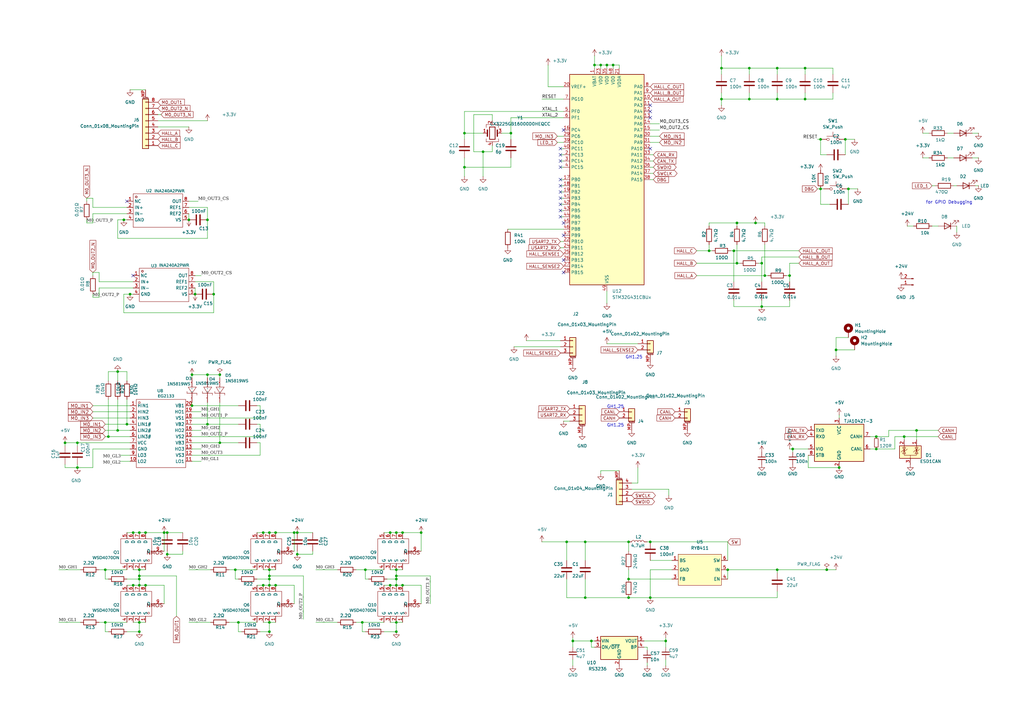
<source format=kicad_sch>
(kicad_sch (version 20250114) (generator "eeschema") (generator_version "9.0")
  (paper "A3")
  (title_block (title "Dribbler FOC Driver") (date "2025-03-30") (rev "1.0.3") (company "First Order SSL 25") (comment 1 "Designed by Jonas Z."))
  (text "GH1.25" (at 248.92 175.26 0) (effects (font (size 1.27 1.27)) (justify left bottom)))
  (text "GH1.25" (at 248.92 167.64 0) (effects (font (size 1.27 1.27)) (justify left bottom)))
  (text "GH1.25" (at 256.54 147.32 0) (effects (font (size 1.27 1.27)) (justify left bottom)))
  (text "for GPIO Debugging" (at 379.73 83.82 0) (effects (font (size 1.27 1.27)) (justify left bottom)))
  (junction (at 162.56 259.08))
  (junction (at 346.71 57.15))
  (junction (at 257.81 245.11))
  (junction (at 257.81 237.49))
  (junction (at 295.91 40.64))
  (junction (at 242.57 262.89))
  (junction (at 309.88 91.44))
  (junction (at 312.42 125.73))
  (junction (at 162.56 218.44))
  (junction (at 57.15 237.49))
  (junction (at 232.41 222.25))
  (junction (at 190.5 68.58))
  (junction (at 172.72 218.44))
  (junction (at 113.03 218.44))
  (junction (at 43.18 255.27))
  (junction (at 57.15 236.22))
  (junction (at 162.56 236.22))
  (junction (at 248.92 26.67))
  (junction (at 295.91 27.94))
  (junction (at 54.61 218.44))
  (junction (at 57.15 218.44))
  (junction (at 336.55 77.47))
  (junction (at 298.45 233.68))
  (junction (at 52.07 173.99))
  (junction (at 302.26 91.44))
  (junction (at 359.41 184.15))
  (junction (at 110.49 255.27))
  (junction (at 148.59 255.27))
  (junction (at 57.15 259.08))
  (junction (at 121.92 227.33))
  (junction (at 48.26 152.4))
  (junction (at 85.09 90.17))
  (junction (at 257.81 222.25))
  (junction (at 113.03 240.03))
  (junction (at 90.17 181.61))
  (junction (at 67.31 218.44))
  (junction (at 240.03 222.25))
  (junction (at 80.01 120.65))
  (junction (at 318.77 40.64))
  (junction (at 59.69 240.03))
  (junction (at 43.18 233.68))
  (junction (at 336.55 57.15))
  (junction (at 375.92 176.53))
  (junction (at 165.1 218.44))
  (junction (at 209.55 54.61))
  (junction (at 97.79 255.27))
  (junction (at 68.58 227.33))
  (junction (at 59.69 218.44))
  (junction (at 344.17 191.77))
  (junction (at 107.95 240.03))
  (junction (at 312.42 107.95))
  (junction (at 266.7 245.11))
  (junction (at 57.15 255.27))
  (junction (at 273.05 262.89))
  (junction (at 54.61 240.03))
  (junction (at 240.03 245.11))
  (junction (at 190.5 54.61))
  (junction (at 330.2 27.94))
  (junction (at 318.77 233.68))
  (junction (at 266.7 222.25))
  (junction (at 110.49 240.03))
  (junction (at 162.56 237.49))
  (junction (at 160.02 218.44))
  (junction (at 107.95 218.44))
  (junction (at 318.77 27.94))
  (junction (at 87.63 120.65))
  (junction (at 85.09 153.67))
  (junction (at 50.8 90.17))
  (junction (at 57.15 240.03))
  (junction (at 68.58 218.44))
  (junction (at 342.9 143.51))
  (junction (at 78.74 153.67))
  (junction (at 162.56 255.27))
  (junction (at 307.34 40.64))
  (junction (at 300.99 102.87))
  (junction (at 96.52 233.68))
  (junction (at 53.34 120.65))
  (junction (at 347.98 77.47))
  (junction (at 160.02 240.03))
  (junction (at 246.38 26.67))
  (junction (at 198.12 62.23))
  (junction (at 162.56 240.03))
  (junction (at 149.86 233.68))
  (junction (at 90.17 153.67))
  (junction (at 110.49 233.68))
  (junction (at 110.49 237.49))
  (junction (at 165.1 240.03))
  (junction (at 307.34 27.94))
  (junction (at 121.92 218.44))
  (junction (at 110.49 236.22))
  (junction (at 48.26 176.53))
  (junction (at 234.95 262.89))
  (junction (at 26.67 181.61))
  (junction (at 31.75 181.61))
  (junction (at 85.09 173.99))
  (junction (at 57.15 233.68))
  (junction (at 110.49 259.08))
  (junction (at 44.45 179.07))
  (junction (at 330.2 40.64))
  (junction (at 302.26 107.95))
  (junction (at 339.09 233.68))
  (junction (at 313.69 113.03))
  (junction (at 251.46 26.67))
  (junction (at 162.56 233.68))
  (junction (at 77.47 90.17))
  (junction (at 78.74 166.37))
  (junction (at 323.85 113.03))
  (junction (at 370.84 179.07))
  (junction (at 290.83 102.87))
  (junction (at 359.41 179.07))
  (junction (at 325.12 184.15))
  (junction (at 110.49 218.44))
  (junction (at 31.75 191.77))
  (junction (at 120.65 218.44))
  (junction (at 243.84 26.67))
  (no_connect (at 229.87 66.04))
  (no_connect (at 229.87 78.74))
  (no_connect (at 229.87 76.2))
  (no_connect (at 229.87 73.66))
  (no_connect (at 54.61 113.03))
  (no_connect (at 231.14 53.34))
  (no_connect (at 231.14 91.44))
  (no_connect (at 231.14 106.68))
  (no_connect (at 266.7 45.72))
  (no_connect (at 52.07 82.55))
  (no_connect (at 229.87 63.5))
  (no_connect (at 229.87 81.28))
  (no_connect (at 229.87 88.9))
  (no_connect (at 266.7 43.18))
  (no_connect (at 229.87 60.96))
  (no_connect (at 231.14 96.52))
  (no_connect (at 229.87 83.82))
  (no_connect (at 229.87 86.36))
  (no_connect (at 266.7 48.26))
  (no_connect (at 231.14 111.76))
  (no_connect (at 266.7 60.96))
  (no_connect (at 229.87 68.58))
  (wire (pts (xy 31.75 190.5) (xy 31.75 191.77)))
  (wire (pts (xy 229.87 101.6) (xy 231.14 101.6)))
  (wire (pts (xy 257.81 226.06) (xy 257.81 222.25)))
  (wire (pts (xy 270.51 58.42) (xy 266.7 58.42)))
  (wire (pts (xy 323.85 115.57) (xy 323.85 113.03)))
  (wire (pts (xy 285.75 102.87) (xy 290.83 102.87)))
  (wire (pts (xy 106.68 173.99) (xy 105.41 173.99)))
  (wire (pts (xy 162.56 237.49) (xy 162.56 240.03)))
  (wire (pts (xy 342.9 143.51) (xy 342.9 146.05)))
  (wire (pts (xy 229.87 76.2) (xy 231.14 76.2)))
  (wire (pts (xy 364.49 179.07) (xy 359.41 179.07)))
  (wire (pts (xy 335.28 77.47) (xy 336.55 77.47)))
  (wire (pts (xy 243.84 26.67) (xy 243.84 27.94)))
  (wire (pts (xy 107.95 240.03) (xy 105.41 240.03)))
  (wire (pts (xy 165.1 240.03) (xy 172.72 240.03)))
  (wire (pts (xy 336.55 57.15) (xy 335.28 57.15)))
  (wire (pts (xy 162.56 236.22) (xy 162.56 233.68)))
  (wire (pts (xy 378.46 54.61) (xy 381 54.61)))
  (wire (pts (xy 43.18 179.07) (xy 44.45 179.07)))
  (wire (pts (xy 232.41 229.87) (xy 232.41 222.25)))
  (wire (pts (xy 96.52 237.49) (xy 97.79 237.49)))
  (wire (pts (xy 57.15 255.27) (xy 54.61 255.27)))
  (wire (pts (xy 26.67 182.88) (xy 26.67 181.61)))
  (wire (pts (xy 208.28 93.98) (xy 231.14 93.98)))
  (wire (pts (xy 248.92 140.97) (xy 261.62 140.97)))
  (wire (pts (xy 77.47 255.27) (xy 86.36 255.27)))
  (wire (pts (xy 146.05 255.27) (xy 148.59 255.27)))
  (wire (pts (xy 215.9 139.7) (xy 229.87 139.7)))
  (wire (pts (xy 209.55 48.26) (xy 209.55 54.61)))
  (wire (pts (xy 190.5 45.72) (xy 190.5 54.61)))
  (wire (pts (xy 105.41 181.61) (xy 106.68 181.61)))
  (wire (pts (xy 266.7 245.11) (xy 318.77 245.11)))
  (wire (pts (xy 209.55 54.61) (xy 209.55 57.15)))
  (wire (pts (xy 266.7 233.68) (xy 266.7 245.11)))
  (wire (pts (xy 388.62 64.77) (xy 391.16 64.77)))
  (wire (pts (xy 74.93 227.33) (xy 74.93 226.06)))
  (wire (pts (xy 372.11 92.71) (xy 374.65 92.71)))
  (wire (pts (xy 50.8 120.65) (xy 50.8 128.27)))
  (wire (pts (xy 87.63 115.57) (xy 80.01 115.57)))
  (wire (pts (xy 128.27 218.44) (xy 121.92 218.44)))
  (wire (pts (xy 52.07 237.49) (xy 57.15 237.49)))
  (wire (pts (xy 43.18 233.68) (xy 52.07 233.68)))
  (wire (pts (xy 50.8 90.17) (xy 52.07 90.17)))
  (wire (pts (xy 78.74 171.45) (xy 106.68 171.45)))
  (wire (pts (xy 261.62 191.77) (xy 261.62 198.12)))
  (wire (pts (xy 72.39 236.22) (xy 57.15 236.22)))
  (wire (pts (xy 254 27.94) (xy 254 26.67)))
  (wire (pts (xy 295.91 22.86) (xy 295.91 27.94)))
  (wire (pts (xy 157.48 259.08) (xy 162.56 259.08)))
  (wire (pts (xy 285.75 107.95) (xy 302.26 107.95)))
  (wire (pts (xy 90.17 153.67) (xy 85.09 153.67)))
  (wire (pts (xy 243.84 22.86) (xy 243.84 26.67)))
  (wire (pts (xy 307.34 38.1) (xy 307.34 40.64)))
  (wire (pts (xy 24.13 255.27) (xy 33.02 255.27)))
  (wire (pts (xy 342.9 143.51) (xy 350.52 143.51)))
  (wire (pts (xy 93.98 255.27) (xy 97.79 255.27)))
  (wire (pts (xy 48.26 176.53) (xy 53.34 176.53)))
  (wire (pts (xy 110.49 233.68) (xy 110.49 236.22)))
  (wire (pts (xy 106.68 259.08) (xy 110.49 259.08)))
  (wire (pts (xy 367.03 179.07) (xy 370.84 179.07)))
  (wire (pts (xy 224.79 35.56) (xy 231.14 35.56)))
  (wire (pts (xy 318.77 233.68) (xy 339.09 233.68)))
  (wire (pts (xy 346.71 63.5) (xy 346.71 57.15)))
  (wire (pts (xy 96.52 233.68) (xy 105.41 233.68)))
  (wire (pts (xy 398.78 54.61) (xy 401.32 54.61)))
  (wire (pts (xy 59.69 240.03) (xy 57.15 240.03)))
  (wire (pts (xy 52.07 173.99) (xy 53.34 173.99)))
  (wire (pts (xy 391.16 76.2) (xy 392.43 76.2)))
  (wire (pts (xy 382.27 76.2) (xy 383.54 76.2)))
  (wire (pts (xy 149.86 237.49) (xy 149.86 233.68)))
  (wire (pts (xy 312.42 125.73) (xy 323.85 125.73)))
  (wire (pts (xy 231.14 172.72) (xy 233.68 172.72)))
  (wire (pts (xy 59.69 218.44) (xy 57.15 218.44)))
  (wire (pts (xy 313.69 100.33) (xy 313.69 113.03)))
  (wire (pts (xy 106.68 166.37) (xy 106.68 171.45)))
  (wire (pts (xy 302.26 100.33) (xy 302.26 107.95)))
  (wire (pts (xy 68.58 218.44) (xy 67.31 218.44)))
  (wire (pts (xy 162.56 236.22) (xy 176.53 236.22)))
  (wire (pts (xy 124.46 236.22) (xy 124.46 254)))
  (wire (pts (xy 97.79 181.61) (xy 90.17 181.61)))
  (wire (pts (xy 318.77 27.94) (xy 318.77 30.48)))
  (wire (pts (xy 307.34 27.94) (xy 318.77 27.94)))
  (wire (pts (xy 35.56 91.44) (xy 38.1 91.44)))
  (wire (pts (xy 85.09 85.09) (xy 77.47 85.09)))
  (wire (pts (xy 198.12 62.23) (xy 198.12 72.39)))
  (wire (pts (xy 78.74 165.1) (xy 78.74 166.37)))
  (wire (pts (xy 201.93 62.23) (xy 201.93 59.69)))
  (wire (pts (xy 265.43 222.25) (xy 266.7 222.25)))
  (wire (pts (xy 232.41 245.11) (xy 240.03 245.11)))
  (wire (pts (xy 295.91 40.64) (xy 295.91 43.18)))
  (wire (pts (xy 38.1 166.37) (xy 53.34 166.37)))
  (wire (pts (xy 330.2 27.94) (xy 330.2 30.48)))
  (wire (pts (xy 43.18 259.08) (xy 44.45 259.08)))
  (wire (pts (xy 38.1 171.45) (xy 53.34 171.45)))
  (wire (pts (xy 347.98 138.43) (xy 342.9 138.43)))
  (wire (pts (xy 231.14 48.26) (xy 209.55 48.26)))
  (wire (pts (xy 298.45 229.87) (xy 298.45 222.25)))
  (wire (pts (xy 323.85 107.95) (xy 327.66 107.95)))
  (wire (pts (xy 40.64 118.11) (xy 54.61 118.11)))
  (wire (pts (xy 38.1 111.76) (xy 40.64 111.76)))
  (wire (pts (xy 120.65 218.44) (xy 113.03 218.44)))
  (wire (pts (xy 64.77 52.07) (xy 77.47 52.07)))
  (wire (pts (xy 82.55 113.03) (xy 80.01 113.03)))
  (wire (pts (xy 242.57 265.43) (xy 242.57 262.89)))
  (wire (pts (xy 209.55 64.77) (xy 209.55 68.58)))
  (wire (pts (xy 201.93 49.53) (xy 201.93 46.99)))
  (wire (pts (xy 59.69 36.83) (xy 53.34 36.83)))
  (wire (pts (xy 318.77 40.64) (xy 330.2 40.64)))
  (wire (pts (xy 251.46 26.67) (xy 248.92 26.67)))
  (wire (pts (xy 35.56 81.28) (xy 35.56 82.55)))
  (wire (pts (xy 331.47 191.77) (xy 344.17 191.77)))
  (wire (pts (xy 318.77 38.1) (xy 318.77 40.64)))
  (wire (pts (xy 299.72 102.87) (xy 300.99 102.87)))
  (wire (pts (xy 359.41 179.07) (xy 356.87 179.07)))
  (wire (pts (xy 336.55 83.82) (xy 336.55 77.47)))
  (wire (pts (xy 201.93 46.99) (xy 194.31 46.99)))
  (wire (pts (xy 85.09 153.67) (xy 78.74 153.67)))
  (wire (pts (xy 240.03 222.25) (xy 240.03 229.87)))
  (wire (pts (xy 190.5 54.61) (xy 190.5 57.15)))
  (wire (pts (xy 295.91 27.94) (xy 307.34 27.94)))
  (wire (pts (xy 323.85 107.95) (xy 323.85 113.03)))
  (wire (pts (xy 26.67 181.61) (xy 31.75 181.61)))
  (wire (pts (xy 78.74 186.69) (xy 106.68 186.69)))
  (wire (pts (xy 38.1 91.44) (xy 38.1 87.63)))
  (wire (pts (xy 323.85 184.15) (xy 325.12 184.15)))
  (wire (pts (xy 285.75 113.03) (xy 313.69 113.03)))
  (wire (pts (xy 270.51 55.88) (xy 266.7 55.88)))
  (wire (pts (xy 388.62 54.61) (xy 391.16 54.61)))
  (wire (pts (xy 38.1 191.77) (xy 38.1 184.15)))
  (wire (pts (xy 240.03 237.49) (xy 240.03 245.11)))
  (wire (pts (xy 85.09 173.99) (xy 78.74 173.99)))
  (wire (pts (xy 229.87 68.58) (xy 231.14 68.58)))
  (wire (pts (xy 121.92 227.33) (xy 121.92 226.06)))
  (wire (pts (xy 267.97 68.58) (xy 266.7 68.58)))
  (wire (pts (xy 248.92 119.38) (xy 248.92 124.46)))
  (wire (pts (xy 57.15 255.27) (xy 57.15 259.08)))
  (wire (pts (xy 323.85 123.19) (xy 323.85 125.73)))
  (wire (pts (xy 257.81 245.11) (xy 266.7 245.11)))
  (wire (pts (xy 38.1 87.63) (xy 52.07 87.63)))
  (wire (pts (xy 149.86 237.49) (xy 151.13 237.49)))
  (wire (pts (xy 341.63 27.94) (xy 341.63 30.48)))
  (wire (pts (xy 59.69 255.27) (xy 57.15 255.27)))
  (wire (pts (xy 157.48 218.44) (xy 160.02 218.44)))
  (wire (pts (xy 90.17 165.1) (xy 90.17 181.61)))
  (wire (pts (xy 40.64 115.57) (xy 54.61 115.57)))
  (wire (pts (xy 110.49 237.49) (xy 110.49 240.03)))
  (wire (pts (xy 350.52 57.15) (xy 346.71 57.15)))
  (wire (pts (xy 290.83 102.87) (xy 292.1 102.87)))
  (wire (pts (xy 54.61 218.44) (xy 52.07 218.44)))
  (wire (pts (xy 110.49 233.68) (xy 107.95 233.68)))
  (wire (pts (xy 351.79 77.47) (xy 347.98 77.47)))
  (wire (pts (xy 302.26 91.44) (xy 302.26 92.71)))
  (wire (pts (xy 322.58 113.03) (xy 323.85 113.03)))
  (wire (pts (xy 298.45 222.25) (xy 266.7 222.25)))
  (wire (pts (xy 318.77 242.57) (xy 318.77 245.11)))
  (wire (pts (xy 257.81 233.68) (xy 257.81 237.49)))
  (wire (pts (xy 313.69 113.03) (xy 314.96 113.03)))
  (wire (pts (xy 38.1 184.15) (xy 53.34 184.15)))
  (wire (pts (xy 26.67 191.77) (xy 26.67 190.5)))
  (wire (pts (xy 107.95 218.44) (xy 105.41 218.44)))
  (wire (pts (xy 312.42 107.95) (xy 312.42 115.57)))
  (wire (pts (xy 228.6 55.88) (xy 231.14 55.88)))
  (wire (pts (xy 105.41 237.49) (xy 110.49 237.49)))
  (wire (pts (xy 229.87 86.36) (xy 231.14 86.36)))
  (wire (pts (xy 97.79 259.08) (xy 97.79 255.27)))
  (wire (pts (xy 340.36 83.82) (xy 336.55 83.82)))
  (wire (pts (xy 149.86 233.68) (xy 157.48 233.68)))
  (wire (pts (xy 44.45 152.4) (xy 48.26 152.4)))
  (wire (pts (xy 194.31 62.23) (xy 198.12 62.23)))
  (wire (pts (xy 97.79 255.27) (xy 105.41 255.27)))
  (wire (pts (xy 300.99 102.87) (xy 300.99 115.57)))
  (wire (pts (xy 198.12 62.23) (xy 201.93 62.23)))
  (wire (pts (xy 78.74 179.07) (xy 106.68 179.07)))
  (wire (pts (xy 54.61 240.03) (xy 52.07 240.03)))
  (wire (pts (xy 364.49 176.53) (xy 375.92 176.53)))
  (wire (pts (xy 48.26 97.79) (xy 85.09 97.79)))
  (wire (pts (xy 129.54 233.68) (xy 138.43 233.68)))
  (wire (pts (xy 110.49 255.27) (xy 110.49 259.08)))
  (wire (pts (xy 113.03 255.27) (xy 110.49 255.27)))
  (wire (pts (xy 80.01 118.11) (xy 80.01 120.65)))
  (wire (pts (xy 43.18 176.53) (xy 48.26 176.53)))
  (wire (pts (xy 57.15 240.03) (xy 54.61 240.03)))
  (wire (pts (xy 67.31 240.03) (xy 59.69 240.03)))
  (wire (pts (xy 85.09 90.17) (xy 85.09 85.09)))
  (wire (pts (xy 274.32 200.66) (xy 259.08 200.66)))
  (wire (pts (xy 370.84 179.07) (xy 384.81 179.07)))
  (wire (pts (xy 113.03 240.03) (xy 110.49 240.03)))
  (wire (pts (xy 300.99 123.19) (xy 300.99 125.73)))
  (wire (pts (xy 336.55 63.5) (xy 336.55 57.15)))
  (wire (pts (xy 222.25 222.25) (xy 232.41 222.25)))
  (wire (pts (xy 38.1 168.91) (xy 53.34 168.91)))
  (wire (pts (xy 254 26.67) (xy 251.46 26.67)))
  (wire (pts (xy 50.8 128.27) (xy 87.63 128.27)))
  (wire (pts (xy 339.09 233.68) (xy 342.9 233.68)))
  (wire (pts (xy 307.34 27.94) (xy 307.34 30.48)))
  (wire (pts (xy 129.54 255.27) (xy 138.43 255.27)))
  (wire (pts (xy 68.58 226.06) (xy 68.58 227.33)))
  (wire (pts (xy 162.56 240.03) (xy 165.1 240.03)))
  (wire (pts (xy 77.47 82.55) (xy 81.28 82.55)))
  (wire (pts (xy 105.41 166.37) (xy 106.68 166.37)))
  (wire (pts (xy 157.48 240.03) (xy 160.02 240.03)))
  (wire (pts (xy 67.31 226.06) (xy 67.31 218.44)))
  (wire (pts (xy 190.5 45.72) (xy 231.14 45.72)))
  (wire (pts (xy 110.49 240.03) (xy 107.95 240.03)))
  (wire (pts (xy 248.92 26.67) (xy 246.38 26.67)))
  (wire (pts (xy 312.42 123.19) (xy 312.42 125.73)))
  (wire (pts (xy 162.56 255.27) (xy 165.1 255.27)))
  (wire (pts (xy 82.55 176.53) (xy 78.74 176.53)))
  (wire (pts (xy 162.56 236.22) (xy 162.56 237.49)))
  (wire (pts (xy 243.84 262.89) (xy 242.57 262.89)))
  (wire (pts (xy 336.55 77.47) (xy 337.82 77.47)))
  (wire (pts (xy 232.41 237.49) (xy 232.41 245.11)))
  (wire (pts (xy 318.77 27.94) (xy 330.2 27.94)))
  (wire (pts (xy 210.82 142.24) (xy 229.87 142.24)))
  (wire (pts (xy 78.74 166.37) (xy 97.79 166.37)))
  (wire (pts (xy 300.99 102.87) (xy 327.66 102.87)))
  (wire (pts (xy 251.46 26.67) (xy 251.46 27.94)))
  (wire (pts (xy 158.75 237.49) (xy 162.56 237.49)))
  (wire (pts (xy 160.02 218.44) (xy 162.56 218.44)))
  (wire (pts (xy 229.87 63.5) (xy 231.14 63.5)))
  (wire (pts (xy 382.27 92.71) (xy 384.81 92.71)))
  (wire (pts (xy 148.59 255.27) (xy 157.48 255.27)))
  (wire (pts (xy 38.1 81.28) (xy 38.1 85.09)))
  (wire (pts (xy 48.26 90.17) (xy 48.26 97.79)))
  (wire (pts (xy 110.49 236.22) (xy 110.49 237.49)))
  (wire (pts (xy 82.55 168.91) (xy 78.74 168.91)))
  (wire (pts (xy 375.92 176.53) (xy 384.81 176.53)))
  (wire (pts (xy 240.03 222.25) (xy 257.81 222.25)))
  (wire (pts (xy 97.79 173.99) (xy 85.09 173.99)))
  (wire (pts (xy 97.79 259.08) (xy 99.06 259.08)))
  (wire (pts (xy 298.45 233.68) (xy 318.77 233.68)))
  (wire (pts (xy 302.26 91.44) (xy 309.88 91.44)))
  (wire (pts (xy 72.39 236.22) (xy 72.39 252.73)))
  (wire (pts (xy 234.95 262.89) (xy 234.95 265.43)))
  (wire (pts (xy 54.61 120.65) (xy 53.34 120.65)))
  (wire (pts (xy 43.18 237.49) (xy 44.45 237.49)))
  (wire (pts (xy 90.17 181.61) (xy 78.74 181.61)))
  (wire (pts (xy 378.46 64.77) (xy 381 64.77)))
  (wire (pts (xy 31.75 182.88) (xy 31.75 181.61)))
  (wire (pts (xy 128.27 226.06) (xy 128.27 227.33)))
  (wire (pts (xy 344.17 170.18) (xy 344.17 171.45)))
  (wire (pts (xy 35.56 81.28) (xy 38.1 81.28)))
  (wire (pts (xy 24.13 233.68) (xy 33.02 233.68)))
  (wire (pts (xy 290.83 92.71) (xy 290.83 91.44)))
  (wire (pts (xy 347.98 83.82) (xy 347.98 77.47)))
  (wire (pts (xy 229.87 73.66) (xy 231.14 73.66)))
  (wire (pts (xy 121.92 218.44) (xy 120.65 218.44)))
  (wire (pts (xy 128.27 227.33) (xy 121.92 227.33)))
  (wire (pts (xy 48.26 152.4) (xy 48.26 156.21)))
  (wire (pts (xy 48.26 152.4) (xy 52.07 152.4)))
  (wire (pts (xy 367.03 179.07) (xy 367.03 184.15)))
  (wire (pts (xy 43.18 173.99) (xy 52.07 173.99)))
  (wire (pts (xy 265.43 273.05) (xy 265.43 271.78)))
  (wire (pts (xy 234.95 261.62) (xy 234.95 262.89)))
  (wire (pts (xy 264.16 262.89) (xy 273.05 262.89)))
  (wire (pts (xy 248.92 26.67) (xy 248.92 27.94)))
  (wire (pts (xy 229.87 99.06) (xy 231.14 99.06)))
  (wire (pts (xy 228.6 58.42) (xy 231.14 58.42)))
  (wire (pts (xy 35.56 90.17) (xy 35.56 91.44)))
  (wire (pts (xy 274.32 203.2) (xy 274.32 200.66)))
  (wire (pts (xy 209.55 68.58) (xy 190.5 68.58)))
  (wire (pts (xy 162.56 255.27) (xy 162.56 259.08)))
  (wire (pts (xy 190.5 54.61) (xy 198.12 54.61)))
  (wire (pts (xy 295.91 40.64) (xy 307.34 40.64)))
  (wire (pts (xy 261.62 198.12) (xy 259.08 198.12)))
  (wire (pts (xy 87.63 120.65) (xy 87.63 115.57)))
  (wire (pts (xy 49.53 186.69) (xy 53.34 186.69)))
  (wire (pts (xy 165.1 218.44) (xy 172.72 218.44)))
  (wire (pts (xy 359.41 184.15) (xy 367.03 184.15)))
  (wire (pts (xy 31.75 191.77) (xy 26.67 191.77)))
  (wire (pts (xy 375.92 176.53) (xy 375.92 180.34)))
  (wire (pts (xy 190.5 68.58) (xy 190.5 72.39)))
  (wire (pts (xy 38.1 85.09) (xy 52.07 85.09)))
  (wire (pts (xy 48.26 90.17) (xy 50.8 90.17)))
  (wire (pts (xy 40.64 111.76) (xy 40.64 115.57)))
  (wire (pts (xy 82.55 184.15) (xy 78.74 184.15)))
  (wire (pts (xy 295.91 27.94) (xy 295.91 30.48)))
  (wire (pts (xy 93.98 233.68) (xy 96.52 233.68)))
  (wire (pts (xy 120.65 240.03) (xy 120.65 247.65)))
  (wire (pts (xy 38.1 121.92) (xy 40.64 121.92)))
  (wire (pts (xy 57.15 236.22) (xy 57.15 237.49)))
  (wire (pts (xy 264.16 265.43) (xy 265.43 265.43)))
  (wire (pts (xy 113.03 233.68) (xy 110.49 233.68)))
  (wire (pts (xy 341.63 38.1) (xy 341.63 40.64)))
  (wire (pts (xy 77.47 87.63) (xy 77.47 90.17)))
  (wire (pts (xy 110.49 218.44) (xy 107.95 218.44)))
  (wire (pts (xy 52.07 152.4) (xy 52.07 156.21)))
  (wire (pts (xy 266.7 73.66) (xy 267.97 73.66)))
  (wire (pts (xy 106.68 181.61) (xy 106.68 186.69)))
  (wire (pts (xy 110.49 255.27) (xy 107.95 255.27)))
  (wire (pts (xy 85.09 97.79) (xy 85.09 90.17)))
  (wire (pts (xy 246.38 26.67) (xy 243.84 26.67)))
  (wire (pts (xy 266.7 71.12) (xy 267.97 71.12)))
  (wire (pts (xy 59.69 233.68) (xy 57.15 233.68)))
  (wire (pts (xy 87.63 128.27) (xy 87.63 120.65)))
  (wire (pts (xy 266.7 66.04) (xy 267.97 66.04)))
  (wire (pts (xy 229.87 81.28) (xy 231.14 81.28)))
  (wire (pts (xy 160.02 240.03) (xy 162.56 240.03)))
  (wire (pts (xy 160.02 255.27) (xy 162.56 255.27)))
  (wire (pts (xy 48.26 163.83) (xy 48.26 176.53)))
  (wire (pts (xy 57.15 233.68) (xy 57.15 236.22)))
  (wire (pts (xy 44.45 179.07) (xy 53.34 179.07)))
  (wire (pts (xy 330.2 38.1) (xy 330.2 40.64)))
  (wire (pts (xy 270.51 53.34) (xy 266.7 53.34)))
  (wire (pts (xy 176.53 247.65) (xy 176.53 236.22)))
  (wire (pts (xy 246.38 194.31) (xy 246.38 193.04)))
  (wire (pts (xy 52.07 163.83) (xy 52.07 173.99)))
  (wire (pts (xy 52.07 259.08) (xy 57.15 259.08)))
  (wire (pts (xy 398.78 64.77) (xy 401.32 64.77)))
  (wire (pts (xy 325.12 184.15) (xy 325.12 185.42)))
  (wire (pts (xy 222.25 40.64) (xy 231.14 40.64)))
  (wire (pts (xy 78.74 153.67) (xy 78.74 154.94)))
  (wire (pts (xy 312.42 105.41) (xy 327.66 105.41)))
  (wire (pts (xy 270.51 50.8) (xy 266.7 50.8)))
  (wire (pts (xy 64.77 49.53) (xy 85.09 49.53)))
  (wire (pts (xy 57.15 237.49) (xy 57.15 240.03)))
  (wire (pts (xy 57.15 218.44) (xy 54.61 218.44)))
  (wire (pts (xy 96.52 237.49) (xy 96.52 233.68)))
  (wire (pts (xy 40.64 121.92) (xy 40.64 118.11)))
  (wire (pts (xy 44.45 163.83) (xy 44.45 179.07)))
  (wire (pts (xy 307.34 40.64) (xy 318.77 40.64)))
  (wire (pts (xy 120.65 218.44) (xy 120.65 226.06)))
  (wire (pts (xy 53.34 120.65) (xy 50.8 120.65)))
  (wire (pts (xy 257.81 237.49) (xy 275.59 237.49)))
  (wire (pts (xy 242.57 262.89) (xy 234.95 262.89)))
  (wire (pts (xy 364.49 176.53) (xy 364.49 179.07)))
  (wire (pts (xy 313.69 91.44) (xy 313.69 92.71)))
  (wire (pts (xy 38.1 120.65) (xy 38.1 121.92)))
  (wire (pts (xy 113.03 218.44) (xy 110.49 218.44)))
  (wire (pts (xy 66.04 46.99) (xy 64.77 46.99)))
  (wire (pts (xy 232.41 222.25) (xy 240.03 222.25)))
  (wire (pts (xy 120.65 240.03) (xy 113.03 240.03)))
  (wire (pts (xy 224.79 26.67) (xy 224.79 35.56)))
  (wire (pts (xy 40.64 233.68) (xy 43.18 233.68)))
  (wire (pts (xy 31.75 191.77) (xy 38.1 191.77)))
  (wire (pts (xy 339.09 63.5) (xy 336.55 63.5)))
  (wire (pts (xy 266.7 229.87) (xy 275.59 229.87)))
  (wire (pts (xy 246.38 26.67) (xy 246.38 27.94)))
  (wire (pts (xy 160.02 233.68) (xy 162.56 233.68)))
  (wire (pts (xy 312.42 105.41) (xy 312.42 107.95)))
  (wire (pts (xy 124.46 236.22) (xy 110.49 236.22)))
  (wire (pts (xy 267.97 63.5) (xy 266.7 63.5)))
  (wire (pts (xy 85.09 165.1) (xy 85.09 173.99)))
  (wire (pts (xy 330.2 27.94) (xy 341.63 27.94)))
  (wire (pts (xy 243.84 265.43) (xy 242.57 265.43)))
  (wire (pts (xy 146.05 233.68) (xy 149.86 233.68)))
  (wire (pts (xy 229.87 78.74) (xy 231.14 78.74)))
  (wire (pts (xy 401.32 76.2) (xy 400.05 76.2)))
  (wire (pts (xy 229.87 88.9) (xy 231.14 88.9)))
  (wire (pts (xy 290.83 91.44) (xy 302.26 91.44)))
  (wire (pts (xy 68.58 227.33) (xy 74.93 227.33)))
  (wire (pts (xy 90.17 154.94) (xy 90.17 153.67)))
  (wire (pts (xy 246.38 193.04) (xy 254 193.04)))
  (wire (pts (xy 38.1 111.76) (xy 38.1 113.03)))
  (wire (pts (xy 43.18 259.08) (xy 43.18 255.27)))
  (wire (pts (xy 273.05 262.89) (xy 273.05 265.43)))
  (wire (pts (xy 172.72 218.44) (xy 172.72 226.06)))
  (wire (pts (xy 85.09 154.94) (xy 85.09 153.67)))
  (wire (pts (xy 318.77 233.68) (xy 318.77 234.95)))
  (wire (pts (xy 59.69 218.44) (xy 67.31 218.44)))
  (wire (pts (xy 106.68 179.07) (xy 106.68 173.99)))
  (wire (pts (xy 190.5 64.77) (xy 190.5 68.58)))
  (wire (pts (xy 43.18 237.49) (xy 43.18 233.68)))
  (wire (pts (xy 295.91 38.1) (xy 295.91 40.64)))
  (wire (pts (xy 273.05 261.62) (xy 273.05 262.89)))
  (wire (pts (xy 298.45 233.68) (xy 298.45 237.49)))
  (wire (pts (xy 265.43 265.43) (xy 265.43 266.7)))
  (wire (pts (xy 300.99 125.73) (xy 312.42 125.73)))
  (wire (pts (xy 312.42 107.95) (xy 311.15 107.95)))
  (wire (pts (xy 77.47 233.68) (xy 86.36 233.68)))
  (wire (pts (xy 148.59 259.08) (xy 149.86 259.08)))
  (wire (pts (xy 67.31 240.03) (xy 67.31 247.65)))
  (wire (pts (xy 240.03 245.11) (xy 257.81 245.11)))
  (wire (pts (xy 162.56 233.68) (xy 165.1 233.68)))
  (wire (pts (xy 40.64 255.27) (xy 43.18 255.27)))
  (wire (pts (xy 290.83 100.33) (xy 290.83 102.87)))
  (wire (pts (xy 356.87 184.15) (xy 359.41 184.15)))
  (wire (pts (xy 148.59 259.08) (xy 148.59 255.27)))
  (wire (pts (xy 325.12 184.15) (xy 331.47 184.15)))
  (wire (pts (xy 229.87 66.04) (xy 231.14 66.04)))
  (wire (pts (xy 303.53 107.95) (xy 302.26 107.95)))
  (wire (pts (xy 342.9 138.43) (xy 342.9 143.51)))
  (wire (pts (xy 234.95 273.05) (xy 234.95 270.51)))
  (wire (pts (xy 172.72 247.65) (xy 172.72 240.03)))
  (wire (pts (xy 273.05 273.05) (xy 273.05 270.51)))
  (wire (pts (xy 330.2 40.64) (xy 341.63 40.64)))
  (wire (pts (xy 31.75 181.61) (xy 53.34 181.61)))
  (wire (pts (xy 162.56 218.44) (xy 165.1 218.44)))
  (wire (pts (xy 49.53 189.23) (xy 53.34 189.23)))
  (wire (pts (xy 331.47 186.69) (xy 331.47 191.77)))
  (wire (pts (xy 44.45 156.21) (xy 44.45 152.4)))
  (wire (pts (xy 209.55 54.61) (xy 205.74 54.61)))
  (wire (pts (xy 309.88 91.44) (xy 313.69 91.44)))
  (wire (pts (xy 275.59 233.68) (xy 266.7 233.68)))
  (wire (pts (xy 194.31 46.99) (xy 194.31 62.23)))
  (wire (pts (xy 229.87 60.96) (xy 231.14 60.96)))
  (wire (pts (xy 74.93 218.44) (xy 68.58 218.44)))
  (wire (pts (xy 82.55 189.23) (xy 78.74 189.23)))
  (wire (pts (xy 43.18 255.27) (xy 52.07 255.27)))
  (wire (pts (xy 57.15 233.68) (xy 54.61 233.68)))
  (wire (pts (xy 392.43 92.71) (xy 392.43 95.25)))
  (wire (pts (xy 229.87 83.82) (xy 231.14 83.82)))
  (wire (pts (xy 370.84 179.07) (xy 370.84 180.34)))
  (label "M0_OUT3_CS" (at 81.28 82.55 0))
  (label "M0_OUT2_P" (at 124.46 254 90) (effects (font (size 1.2192 1.2192))))
  (label "M0_GH2" (at 82.55 176.53 0) (effects (font (size 1.2192 1.2192))))
  (label "M0_GL3" (at 49.53 186.69 180) (effects (font (size 1.2192 1.2192))))
  (label "M0_OUT3" (at 82.55 186.69 0) (effects (font (size 1.2192 1.2192))))
  (label "M0_GL3" (at 129.54 255.27 0) (effects (font (size 1.2192 1.2192))))
  (label "XTAL_2" (at 222.25 48.26 0))
  (label "M0_OUT3_P" (at 176.53 247.65 90) (effects (font (size 1.2192 1.2192))))
  (label "M0_OUT3_CS" (at 270.51 50.8 0))
  (label "XTAL_1" (at 222.25 45.72 0))
  (label "M0_OUT2_CS" (at 270.51 53.34 0))
  (label "M0_GH1" (at 24.13 233.68 0) (effects (font (size 1.2192 1.2192))))
  (label "M0_GH3" (at 129.54 233.68 0) (effects (font (size 1.2192 1.2192))))
  (label "M0_OUT1_P" (at 82.55 171.45 0) (effects (font (size 1.2192 1.2192))))
  (label "RESET" (at 222.25 40.64 0))
  (label "M0_OUT3_P" (at 35.56 91.44 0) (effects (font (size 1.2192 1.2192))))
  (label "M0_OUT2_P" (at 82.55 179.07 0) (effects (font (size 1.2192 1.2192))))
  (label "M0_GL1" (at 24.13 255.27 0) (effects (font (size 1.2192 1.2192))))
  (label "M0_GL2" (at 49.53 189.23 180) (effects (font (size 1.2192 1.2192))))
  (label "M0_GL1" (at 82.55 189.23 0) (effects (font (size 1.2192 1.2192))))
  (label "M0_GH3" (at 82.55 184.15 0) (effects (font (size 1.2192 1.2192))))
  (label "M0_OUT2_CS" (at 82.55 113.03 0))
  (label "M0_GH2" (at 77.47 233.68 0) (effects (font (size 1.2192 1.2192))))
  (label "M0_GL2" (at 77.47 255.27 0) (effects (font (size 1.2192 1.2192))))
  (label "M0_GH1" (at 82.55 168.91 0) (effects (font (size 1.2192 1.2192))))
  (label "RESET" (at 335.28 57.15 180))
  (label "M0_OUT2_P" (at 38.1 121.92 0) (effects (font (size 1.2192 1.2192))))
  (global_label "LED_1" (shape input) (at 228.6 58.42 180) (property "Intersheetrefs" "${INTERSHEET_REFS}" (effects (hide yes))))
  (global_label "M0_IN3" (shape input) (at 43.18 179.07 180) (effects (font (size 1.397 1.397))) (property "Intersheetrefs" "${INTERSHEET_REFS}" (effects (hide yes))))
  (global_label "HALL_SENSE2" (shape input) (at 231.14 109.22 180) (property "Intersheetrefs" "${INTERSHEET_REFS}" (effects (hide yes))))
  (global_label "USART2_RX" (shape input) (at 233.68 170.18 180) (property "Intersheetrefs" "${INTERSHEET_REFS}" (effects (hide yes))))
  (global_label "HALL_B_OUT" (shape input) (at 327.66 105.41 0) (property "Intersheetrefs" "${INTERSHEET_REFS}" (effects (hide yes))))
  (global_label "CANH" (shape input) (at 276.86 171.45 180) (property "Intersheetrefs" "${INTERSHEET_REFS}" (effects (hide yes))))
  (global_label "HALL_B" (shape input) (at 64.77 57.15 0) (property "Intersheetrefs" "${INTERSHEET_REFS}" (effects (hide yes))))
  (global_label "M0_IN2" (shape input) (at 43.18 176.53 180) (effects (font (size 1.397 1.397))) (property "Intersheetrefs" "${INTERSHEET_REFS}" (effects (hide yes))))
  (global_label "HALL_C_OUT" (shape input) (at 266.7 35.56 0) (property "Intersheetrefs" "${INTERSHEET_REFS}" (effects (hide yes))))
  (global_label "CANH" (shape input) (at 384.81 176.53 0) (property "Intersheetrefs" "${INTERSHEET_REFS}" (effects (hide yes))))
  (global_label "LED_1" (shape input) (at 382.27 76.2 180) (property "Intersheetrefs" "${INTERSHEET_REFS}" (effects (hide yes))))
  (global_label "DBG" (shape input) (at 267.97 73.66 0) (property "Intersheetrefs" "${INTERSHEET_REFS}" (effects (hide yes))))
  (global_label "HALL_A" (shape input) (at 64.77 54.61 0) (property "Intersheetrefs" "${INTERSHEET_REFS}" (effects (hide yes))))
  (global_label "HALL_B" (shape input) (at 285.75 107.95 180) (property "Intersheetrefs" "${INTERSHEET_REFS}" (effects (hide yes))))
  (global_label "SWCLK" (shape bidirectional) (at 267.97 71.12 0) (property "Intersheetrefs" "${INTERSHEET_REFS}" (effects (hide yes))))
  (global_label "M0_IN2" (shape input) (at 38.1 168.91 180) (effects (font (size 1.397 1.397))) (property "Intersheetrefs" "${INTERSHEET_REFS}" (effects (hide yes))))
  (global_label "M0_OUT3_N" (shape input) (at 35.56 81.28 90) (property "Intersheetrefs" "${INTERSHEET_REFS}" (effects (hide yes))))
  (global_label "M0_IN1" (shape input) (at 43.18 173.99 180) (effects (font (size 1.397 1.397))) (property "Intersheetrefs" "${INTERSHEET_REFS}" (effects (hide yes))))
  (global_label "SW" (shape input) (at 298.45 222.25 0) (property "Intersheetrefs" "${INTERSHEET_REFS}" (effects (hide yes))))
  (global_label "HALL_A_OUT" (shape input) (at 266.7 40.64 0) (property "Intersheetrefs" "${INTERSHEET_REFS}" (effects (hide yes))))
  (global_label "SWDIO" (shape bidirectional) (at 267.97 68.58 0) (property "Intersheetrefs" "${INTERSHEET_REFS}" (effects (hide yes))))
  (global_label "USART2_TX" (shape input) (at 233.68 167.64 180) (property "Intersheetrefs" "${INTERSHEET_REFS}" (effects (hide yes))))
  (global_label "CAN_TX" (shape input) (at 267.97 66.04 0) (property "Intersheetrefs" "${INTERSHEET_REFS}" (effects (hide yes))))
  (global_label "M0_IN3" (shape input) (at 228.6 55.88 180) (effects (font (size 1.397 1.397))) (property "Intersheetrefs" "${INTERSHEET_REFS}" (effects (hide yes))))
  (global_label "CAN_TX" (shape input) (at 331.47 176.53 180) (property "Intersheetrefs" "${INTERSHEET_REFS}" (effects (hide yes))))
  (global_label "M0_IN3" (shape input) (at 38.1 171.45 180) (effects (font (size 1.397 1.397))) (property "Intersheetrefs" "${INTERSHEET_REFS}" (effects (hide yes))))
  (global_label "M0_IN1" (shape input) (at 38.1 166.37 180) (effects (font (size 1.397 1.397))) (property "Intersheetrefs" "${INTERSHEET_REFS}" (effects (hide yes))))
  (global_label "M0_IN2" (shape input) (at 270.51 58.42 0) (effects (font (size 1.397 1.397))) (property "Intersheetrefs" "${INTERSHEET_REFS}" (effects (hide yes))))
  (global_label "SWDIO" (shape bidirectional) (at 259.08 205.74 0) (property "Intersheetrefs" "${INTERSHEET_REFS}" (effects (hide yes))))
  (global_label "HALL_A" (shape input) (at 285.75 113.03 180) (property "Intersheetrefs" "${INTERSHEET_REFS}" (effects (hide yes))))
  (global_label "M0_OUT1" (shape input) (at 64.77 41.91 0) (property "Intersheetrefs" "${INTERSHEET_REFS}" (effects (hide yes))))
  (global_label "USART2_TX" (shape input) (at 229.87 99.06 180) (property "Intersheetrefs" "${INTERSHEET_REFS}" (effects (hide yes))))
  (global_label "M0_OUT1" (shape input) (at 72.39 252.73 270) (property "Intersheetrefs" "${INTERSHEET_REFS}" (effects (hide yes))))
  (global_label "HALL_SENSE2" (shape input) (at 261.62 143.51 180) (property "Intersheetrefs" "${INTERSHEET_REFS}" (effects (hide yes))))
  (global_label "HALL_SENSE1" (shape input) (at 229.87 144.78 180) (property "Intersheetrefs" "${INTERSHEET_REFS}" (effects (hide yes))))
  (global_label "HALL_A_OUT" (shape input) (at 327.66 107.95 0) (property "Intersheetrefs" "${INTERSHEET_REFS}" (effects (hide yes))))
  (global_label "M0_OUT2_N" (shape input) (at 38.1 111.76 90) (property "Intersheetrefs" "${INTERSHEET_REFS}" (effects (hide yes))))
  (global_label "HALL_C" (shape input) (at 285.75 102.87 180) (property "Intersheetrefs" "${INTERSHEET_REFS}" (effects (hide yes))))
  (global_label "CANL" (shape input) (at 254 168.91 180) (property "Intersheetrefs" "${INTERSHEET_REFS}" (effects (hide yes))))
  (global_label "USART2_RX" (shape input) (at 229.87 101.6 180) (property "Intersheetrefs" "${INTERSHEET_REFS}" (effects (hide yes))))
  (global_label "CAN_RX" (shape input) (at 267.97 63.5 0) (property "Intersheetrefs" "${INTERSHEET_REFS}" (effects (hide yes))))
  (global_label "HALL_SENSE1" (shape input) (at 231.14 104.14 180) (property "Intersheetrefs" "${INTERSHEET_REFS}" (effects (hide yes))))
  (global_label "HALL_C" (shape input) (at 64.77 59.69 0) (property "Intersheetrefs" "${INTERSHEET_REFS}" (effects (hide yes))))
  (global_label "CANL" (shape input) (at 276.86 168.91 180) (property "Intersheetrefs" "${INTERSHEET_REFS}" (effects (hide yes))))
  (global_label "HALL_C_OUT" (shape input) (at 327.66 102.87 0) (property "Intersheetrefs" "${INTERSHEET_REFS}" (effects (hide yes))))
  (global_label "CANL" (shape input) (at 384.81 179.07 0) (property "Intersheetrefs" "${INTERSHEET_REFS}" (effects (hide yes))))
  (global_label "M0_OUT2_N" (shape input) (at 64.77 44.45 0) (property "Intersheetrefs" "${INTERSHEET_REFS}" (effects (hide yes))))
  (global_label "CAN_RX" (shape input) (at 331.47 179.07 180) (property "Intersheetrefs" "${INTERSHEET_REFS}" (effects (hide yes))))
  (global_label "HALL_B_OUT" (shape input) (at 266.7 38.1 0) (property "Intersheetrefs" "${INTERSHEET_REFS}" (effects (hide yes))))
  (global_label "CANH" (shape input) (at 254 171.45 180) (property "Intersheetrefs" "${INTERSHEET_REFS}" (effects (hide yes))))
  (global_label "M0_IN1" (shape input) (at 270.51 55.88 0) (effects (font (size 1.397 1.397))) (property "Intersheetrefs" "${INTERSHEET_REFS}" (effects (hide yes))))
  (global_label "DBG" (shape input) (at 335.28 77.47 180) (property "Intersheetrefs" "${INTERSHEET_REFS}" (effects (hide yes))))
  (global_label "M0_OUT3_N" (shape input) (at 66.04 46.99 0) (property "Intersheetrefs" "${INTERSHEET_REFS}" (effects (hide yes))))
  (global_label "SWCLK" (shape bidirectional) (at 259.08 203.2 0) (property "Intersheetrefs" "${INTERSHEET_REFS}" (effects (hide yes))))
  (symbol (lib_id "Device:L") (at 261.62 222.25 90) (unit 1)
    (property "Reference" "L2" (at 261.874 220.218 90))
    (property "Value" "4.7uH" (at 261.62 223.774 90))
    (property "Footprint" "Inductor_SMD:L_Changjiang_FNR4020S" (effects (hide yes)))
    (property "Description" "Inductor" (effects (hide yes)))
  )
  (symbol (lib_id "SCH_DengFO-easyedapro:WSD4070DN") (at 162.56 247.65 90) (unit 1)
    (property "Reference" "Q10" (at 154.4066 248.8438 90) (effects (font (size 1.2192 1.2192)) (justify left top)))
    (property "Value" "WSD4070DN" (at 154.432 251.1044 90) (effects (font (size 1.2192 1.2192)) (justify left top)))
    (property "Footprint" "Package_DFN_QFN:DFN-8-1EP_3x3mm_P0.5mm_EP1.65x2.38mm" (effects (hide yes)))
    (property "Manufacturer Part" "WSD4070DN" (effects (hide yes)))
    (property "Manufacturer" "Winsok Semicon" (effects (hide yes)))
    (property "Supplier Part" "C719095" (effects (hide yes)))
    (property "Supplier" "LCSC" (effects (hide yes)))
    (property "Add into BOM" "yes" (effects (hide yes)))
    (property "Convert to PCB" "yes" (effects (hide yes)))
    (property "Origin Footprint" "PDFN3333-8_L3.1-W3.2-P0.65-LS3.4-BL" (effects (hide yes)))
  )
  (symbol (lib_id "Device:LED") (at 388.62 92.71 180) (unit 1)
    (property "Reference" "D8" (at 387.35 88.9 0))
    (property "Value" "LED" (at 396.24 92.71 0))
    (property "Footprint" "LED_SMD:LED_0603_1608Metric_Pad1.05x0.95mm_HandSolder" (effects (hide yes)))
  )
  (symbol (lib_id "Device:R") (at 302.26 96.52 180) (unit 1)
    (property "Reference" "R4" (at 300.228 94.742 90) (effects (justify left)))
    (property "Value" "4.7kΩ" (at 305.054 93.726 90) (effects (justify left)))
    (property "Footprint" "Resistor_SMD:R_0603_1608Metric_Pad0.98x0.95mm_HandSolder" (effects (hide yes)))
  )
  (symbol (lib_id "Device:C_Small") (at 273.05 267.97 0) (unit 1)
    (property "Reference" "C59" (at 274.32 266.7 0) (effects (justify left)))
    (property "Value" "4u7" (at 274.32 269.24 0) (effects (justify left)))
    (property "Footprint" "Capacitor_SMD:C_0603_1608Metric" (effects (hide yes)))
  )
  (symbol (lib_id "Mechanical:MountingHole_Pad") (at 347.98 135.89 0) (unit 1) (exclude_from_sim yes) (in_bom no)
    (property "Reference" "H1" (at 350.52 133.3499 0) (effects (justify left)))
    (property "Value" "MountingHole" (at 350.52 135.8899 0) (effects (justify left)))
    (property "Footprint" "MountingHole:MountingHole_3.2mm_M3_Pad" (effects (hide yes)))
    (property "Description" "Mounting Hole with connection" (effects (hide yes)))
  )
  (symbol (lib_id "power:+5V") (at 234.95 261.62 0) (unit 1)
    (property "Reference" "#PWR04" (effects (hide yes)))
    (property "Value" "+5V" (at 234.95 256.54 0))
    (property "Description" "Power symbol creates a global label with name \"+5V\"" (effects (hide yes)))
  )
  (symbol (lib_id "power:GND") (at 248.92 124.46 0) (unit 1)
    (property "Reference" "#PWR073" (effects (hide yes)))
    (property "Value" "GND" (at 248.92 129.54 0))
    (property "Description" "Power symbol creates a global label with name \"GND\" , ground" (effects (hide yes)))
  )
  (symbol (lib_id "power:GND") (at 77.47 52.07 0) (unit 1)
    (property "Reference" "#PWR056" (effects (hide yes)))
    (property "Value" "GND" (at 77.47 57.15 0))
    (property "Description" "Power symbol creates a global label with name \"GND\" , ground" (effects (hide yes)))
  )
  (symbol (lib_id "Connector_Generic_MountingPin:Conn_01x03_MountingPin") (at 238.76 170.18 0) (unit 1)
    (property "Reference" "J8" (at 238.76 156.718 0) (effects (justify left)))
    (property "Value" "Conn_01x03_MountingPin" (at 232.41 161.036 0) (effects (justify left)))
    (property "Footprint" "Connector_JST:JST_GH_BM03B-GHS-TBT_1x03-1MP_P1.25mm_Vertical" (effects (hide yes)))
    (property "Description" "Generic connectable mounting pin connector, single row, 01x03, script generated (kicad-library-utils/schlib/autogen/connector/)" (effects (hide yes)))
  )
  (symbol (lib_id "Device:R") (at 52.07 160.02 0) (unit 1)
    (property "Reference" "R30" (at 54.102 161.798 90) (effects (justify left)))
    (property "Value" "10kΩ" (at 55.626 162.306 90) (effects (justify left)))
    (property "Footprint" "Resistor_SMD:R_0603_1608Metric_Pad0.98x0.95mm_HandSolder" (effects (hide yes)))
  )
  (symbol (lib_id "power:+5V") (at 344.17 170.18 0) (unit 1)
    (property "Reference" "#PWR059" (effects (hide yes)))
    (property "Value" "+5V" (at 344.17 165.1 0))
  )
  (symbol (lib_id "Device:C") (at 323.85 119.38 0) (unit 1)
    (property "Reference" "C5" (at 321.056 117.094 0) (effects (justify left)))
    (property "Value" "0.01u" (at 321.056 121.666 0) (effects (justify left)))
    (property "Footprint" "Capacitor_SMD:C_0603_1608Metric_Pad1.08x0.95mm_HandSolder" (effects (hide yes)))
    (property "Description" "Unpolarized capacitor" (effects (hide yes)))
  )
  (symbol (lib_id "Device:C") (at 342.9 63.5 90) (unit 1)
    (property "Reference" "C2" (at 342.9 55.88 90))
    (property "Value" "100n" (at 342.9 58.42 90))
    (property "Footprint" "Capacitor_SMD:C_0603_1608Metric" (effects (hide yes)))
    (property "Description" "Unpolarized capacitor" (effects (hide yes)))
  )
  (symbol (lib_id "Device:R") (at 378.46 92.71 90) (unit 1)
    (property "Reference" "R10" (at 380.238 90.678 90) (effects (justify left)))
    (property "Value" "10k" (at 381.254 95.504 90) (effects (justify left)))
    (property "Footprint" "Resistor_SMD:R_0603_1608Metric_Pad0.98x0.95mm_HandSolder" (effects (hide yes)))
  )
  (symbol (lib_name "GND_15") (lib_id "power:GND") (at 234.95 149.86 0) (unit 1)
    (property "Reference" "#PWR044" (effects (hide yes)))
    (property "Value" "GND" (at 234.95 154.94 0))
    (property "Description" "Power symbol creates a global label with name \"GND\" , ground" (effects (hide yes)))
  )
  (symbol (lib_name "GND_4") (lib_id "power:GND") (at 121.92 227.33 0) (unit 1)
    (property "Reference" "#PWR025" (effects (hide yes)))
    (property "Value" "GND" (at 121.92 232.41 0))
    (property "Description" "Power symbol creates a global label with name \"GND\" , ground" (effects (hide yes)))
  )
  (symbol (lib_id "Regulator_Linear:TC2185-3.3VxCTTR") (at 254 265.43 0) (unit 1)
    (property "Reference" "U10" (at 242.57 271.78 0))
    (property "Value" "RS3236" (at 245.11 274.32 0))
    (property "Footprint" "Package_TO_SOT_SMD:SOT-23-5" (effects (hide yes)))
    (property "Datasheet" "http://ww1.microchip.com/downloads/en/DeviceDoc/21662F.pdf" (effects (hide yes)))
  )
  (symbol (lib_id "Device:R") (at 384.81 64.77 90) (unit 1)
    (property "Reference" "R34" (at 386.588 62.738 90) (effects (justify left)))
    (property "Value" "1kΩ" (at 387.604 67.564 90) (effects (justify left)))
    (property "Footprint" "Resistor_SMD:R_0603_1608Metric_Pad0.98x0.95mm_HandSolder" (effects (hide yes)))
  )
  (symbol (lib_name "GND_15") (lib_id "power:GND") (at 238.76 177.8 0) (unit 1)
    (property "Reference" "#PWR053" (effects (hide yes)))
    (property "Value" "GND" (at 238.76 182.88 0))
    (property "Description" "Power symbol creates a global label with name \"GND\" , ground" (effects (hide yes)))
  )
  (symbol (lib_id "Device:C") (at 190.5 60.96 0) (unit 1)
    (property "Reference" "C12" (at 184.15 59.69 0) (effects (justify left)))
    (property "Value" "6p" (at 184.15 62.23 0) (effects (justify left)))
    (property "Footprint" "Capacitor_SMD:C_0603_1608Metric" (effects (hide yes)))
    (property "Description" "Unpolarized capacitor" (effects (hide yes)))
  )
  (symbol (lib_id "Device:R") (at 48.26 259.08 270) (unit 1)
    (property "Reference" "R17" (at 46.482 261.112 90) (effects (justify left)))
    (property "Value" "10kΩ" (at 45.466 256.286 90) (effects (justify left)))
    (property "Footprint" "Resistor_SMD:R_0603_1608Metric_Pad0.98x0.95mm_HandSolder" (effects (hide yes)))
  )
  (symbol (lib_id "Device:R") (at 290.83 96.52 180) (unit 1)
    (property "Reference" "R2" (at 288.798 94.742 90) (effects (justify left)))
    (property "Value" "4.7kΩ" (at 293.624 93.726 90) (effects (justify left)))
    (property "Footprint" "Resistor_SMD:R_0603_1608Metric_Pad0.98x0.95mm_HandSolder" (effects (hide yes)))
  )
  (symbol (lib_id "Device:R") (at 154.94 237.49 270) (unit 1)
    (property "Reference" "R24" (at 153.162 239.522 90) (effects (justify left)))
    (property "Value" "10kΩ" (at 152.146 234.696 90) (effects (justify left)))
    (property "Footprint" "Resistor_SMD:R_0603_1608Metric_Pad0.98x0.95mm_HandSolder" (effects (hide yes)))
  )
  (symbol (lib_id "User:RY8411") (at 278.13 240.03 0) (unit 1)
    (property "Reference" "U5" (at 287.02 222.25 0))
    (property "Value" "RY8411" (at 287.02 224.79 0))
    (property "Footprint" "Package_TO_SOT_SMD:SOT-23-6_Handsoldering" (effects (hide yes)))
  )
  (symbol (lib_id "Device:R") (at 387.35 76.2 270) (unit 1)
    (property "Reference" "R19" (at 386.08 73.66 90) (effects (justify left)))
    (property "Value" "470Ω" (at 383.54 78.74 90) (effects (justify left)))
    (property "Footprint" "Resistor_SMD:R_0603_1608Metric_Pad0.98x0.95mm_HandSolder" (effects (hide yes)))
  )
  (symbol (lib_name "GND_2") (lib_id "power:GND") (at 53.34 120.65 0) (unit 1)
    (property "Reference" "#PWR023" (effects (hide yes)))
    (property "Value" "GND" (at 53.34 125.73 0))
    (property "Description" "Power symbol creates a global label with name \"GND\" , ground" (effects (hide yes)))
  )
  (symbol (lib_id "Device:R") (at 384.81 54.61 90) (unit 1)
    (property "Reference" "R33" (at 386.588 52.578 90) (effects (justify left)))
    (property "Value" "1kΩ" (at 387.604 57.404 90) (effects (justify left)))
    (property "Footprint" "Resistor_SMD:R_0603_1608Metric_Pad0.98x0.95mm_HandSolder" (effects (hide yes)))
  )
  (symbol (lib_id "power:+3.3V") (at 323.85 184.15 0) (unit 1)
    (property "Reference" "#PWR057" (effects (hide yes)))
    (property "Value" "+3.3V" (at 323.85 178.562 90))
  )
  (symbol (lib_id "Connector_Generic_MountingPin:Conn_01x03_MountingPin") (at 234.95 142.24 0) (unit 1)
    (property "Reference" "J2" (at 234.95 128.778 0) (effects (justify left)))
    (property "Value" "Conn_01x03_MountingPin" (at 228.6 133.096 0) (effects (justify left)))
    (property "Footprint" "Connector_JST:JST_GH_BM03B-GHS-TBT_1x03-1MP_P1.25mm_Vertical" (effects (hide yes)))
    (property "Description" "Generic connectable mounting pin connector, single row, 01x03, script generated (kicad-library-utils/schlib/autogen/connector/)" (effects (hide yes)))
  )
  (symbol (lib_id "Connector_Generic_MountingPin:Conn_01x02_MountingPin") (at 266.7 140.97 0) (unit 1)
    (property "Reference" "J7" (at 269.24 144.78 0) (effects (justify left)))
    (property "Value" "Conn_01x02_MountingPin" (at 250.444 136.906 0) (effects (justify left)))
    (property "Footprint" "Connector_JST:JST_GH_BM02B-GHS-TBT_1x02-1MP_P1.25mm_Vertical" (effects (hide yes)))
  )
  (symbol (lib_name "GND_1") (lib_id "power:GND") (at 57.15 259.08 0) (unit 1)
    (property "Reference" "#PWR030" (effects (hide yes)))
    (property "Value" "GND" (at 57.15 264.16 0))
    (property "Description" "Power symbol creates a global label with name \"GND\" , ground" (effects (hide yes)))
  )
  (symbol (lib_id "Device:C") (at 312.42 119.38 0) (unit 1)
    (property "Reference" "C4" (at 309.372 117.094 0) (effects (justify left)))
    (property "Value" "0.01u" (at 309.372 121.666 0) (effects (justify left)))
    (property "Footprint" "Capacitor_SMD:C_0603_1608Metric_Pad1.08x0.95mm_HandSolder" (effects (hide yes)))
    (property "Description" "Unpolarized capacitor" (effects (hide yes)))
  )
  (symbol (lib_id "power:GND") (at 265.43 273.05 0) (unit 1)
    (property "Reference" "#PWR095" (effects (hide yes)))
    (property "Value" "GND" (at 265.43 276.86 0))
  )
  (symbol (lib_id "Switch:SW_Push") (at 342.9 77.47 0) (unit 1)
    (property "Reference" "SW2" (at 343.408 70.104 0))
    (property "Value" "SW_Push" (at 345.694 72.39 0))
    (property "Footprint" "Button_Switch_SMD:SW_SPST_SKQG_WithoutStem" (effects (hide yes)))
    (property "Description" "Push button switch, generic, two pins" (effects (hide yes)))
  )
  (symbol (lib_id "power:GND") (at 274.32 203.2 0) (unit 1)
    (property "Reference" "#PWR029" (effects (hide yes)))
    (property "Value" "GND" (at 274.32 208.28 0))
    (property "Description" "Power symbol creates a global label with name \"GND\" , ground" (effects (hide yes)))
  )
  (symbol (lib_id "power:+5V") (at 248.92 140.97 0) (unit 1)
    (property "Reference" "#PWR034" (effects (hide yes)))
    (property "Value" "+5V" (at 248.92 135.89 0))
  )
  (symbol (lib_name "+3.3V_1") (lib_id "power:+3.3V") (at 336.55 69.85 0) (unit 1)
    (property "Reference" "#PWR052" (effects (hide yes)))
    (property "Value" "+3.3V" (at 330.962 68.326 0))
    (property "Description" "Power symbol creates a global label with name \"+3.3V\"" (effects (hide yes)))
  )
  (symbol (lib_id "Device:R") (at 90.17 233.68 270) (unit 1)
    (property "Reference" "R11" (at 88.392 235.712 90) (effects (justify left)))
    (property "Value" "2.2Ω" (at 87.376 230.886 90) (effects (justify left)))
    (property "Footprint" "Resistor_SMD:R_0603_1608Metric_Pad0.98x0.95mm_HandSolder" (effects (hide yes)))
  )
  (symbol (lib_name "GND_12") (lib_id "power:GND") (at 350.52 57.15 0) (unit 1)
    (property "Reference" "#PWR08" (effects (hide yes)))
    (property "Value" "GND" (at 350.52 62.23 0))
    (property "Description" "Power symbol creates a global label with name \"GND\" , ground" (effects (hide yes)))
  )
  (symbol (lib_name "GND_3") (lib_id "power:GND") (at 50.8 90.17 0) (unit 1)
    (property "Reference" "#PWR022" (effects (hide yes)))
    (property "Value" "GND" (at 50.8 95.25 0))
    (property "Description" "Power symbol creates a global label with name \"GND\" , ground" (effects (hide yes)))
  )
  (symbol (lib_name "+3.3V_7") (lib_id "power:+3.3V") (at 309.88 91.44 0) (unit 1)
    (property "Reference" "#PWR024" (effects (hide yes)))
    (property "Value" "+3.3V" (at 318.77 88.9 0))
    (property "Description" "Power symbol creates a global label with name \"+3.3V\"" (effects (hide yes)))
  )
  (symbol (lib_name "GND_26") (lib_id "power:GND") (at 48.26 152.4 180) (unit 1)
    (property "Reference" "#PWR010" (effects (hide yes)))
    (property "Value" "GND" (at 48.26 147.32 0))
    (property "Description" "Power symbol creates a global label with name \"GND\" , ground" (effects (hide yes)))
  )
  (symbol (lib_id "Device:C") (at 83.82 120.65 90) (unit 1)
    (property "Reference" "C15" (at 85.344 124.46 90))
    (property "Value" "100nF" (at 84.074 116.84 90))
    (property "Footprint" "Capacitor_SMD:C_0603_1608Metric_Pad1.08x0.95mm_HandSolder" (effects (hide yes)))
  )
  (symbol (lib_id "Device:R") (at 44.45 160.02 0) (unit 1)
    (property "Reference" "R28" (at 40.132 161.544 90) (effects (justify left)))
    (property "Value" "10kΩ" (at 42.164 162.052 90) (effects (justify left)))
    (property "Footprint" "Resistor_SMD:R_0603_1608Metric_Pad0.98x0.95mm_HandSolder" (effects (hide yes)))
  )
  (symbol (lib_name "+3.3V_7") (lib_id "power:+3.3V") (at 85.09 49.53 0) (unit 1)
    (property "Reference" "#PWR035" (effects (hide yes)))
    (property "Value" "+3.3V" (at 93.98 46.99 0))
    (property "Description" "Power symbol creates a global label with name \"+3.3V\"" (effects (hide yes)))
  )
  (symbol (lib_id "SCH_DengFO-easyedapro:1N5819WS") (at 78.74 160.02 90) (unit 1)
    (property "Reference" "D3" (at 76.2 155.956 90) (effects (font (size 1.2192 1.2192)) (justify right top)))
    (property "Value" "1N5819WS" (at 78.232 158.242 90) (effects (font (size 1.2192 1.2192)) (justify left top)))
    (property "Footprint" "Diode_SMD:D_SOD-323_HandSoldering" (effects (hide yes)))
    (property "Manufacturer Part" "1N5819WS" (effects (hide yes)))
    (property "Manufacturer" "Guangdong Hottech" (effects (hide yes)))
    (property "Supplier Part" "C191023" (effects (hide yes)))
    (property "Supplier" "LCSC" (effects (hide yes)))
    (property "Add into BOM" "yes" (effects (hide yes)))
    (property "Convert to PCB" "yes" (effects (hide yes)))
    (property "Origin Footprint" "SOD-323_L1.8-W1.3-LS2.5-RD" (effects (hide yes)))
  )
  (symbol (lib_name "+3.3V_4") (lib_id "power:+3.3V") (at 273.05 261.62 0) (unit 1)
    (property "Reference" "#PWR07" (effects (hide yes)))
    (property "Value" "+3.3V" (at 273.05 256.54 0))
    (property "Description" "Power symbol creates a global label with name \"+3.3V\"" (effects (hide yes)))
  )
  (symbol (lib_name "+3.3V_7") (lib_id "power:+3.3V") (at 224.79 26.67 0) (unit 1)
    (property "Reference" "#PWR020" (effects (hide yes)))
    (property "Value" "+3.3V" (at 229.616 24.892 0))
    (property "Description" "Power symbol creates a global label with name \"+3.3V\"" (effects (hide yes)))
  )
  (symbol (lib_id "power:+3.3V") (at 261.62 191.77 0) (unit 1)
    (property "Reference" "#PWR014" (effects (hide yes)))
    (property "Value" "+3.3V" (at 261.62 186.69 0))
    (property "Description" "Power symbol creates a global label with name \"+3.3V\"" (effects (hide yes)))
  )
  (symbol (lib_name "GND_13") (lib_id "power:GND") (at 162.56 259.08 0) (unit 1)
    (property "Reference" "#PWR015" (effects (hide yes)))
    (property "Value" "GND" (at 162.56 264.16 0))
    (property "Description" "Power symbol creates a global label with name \"GND\" , ground" (effects (hide yes)))
  )
  (symbol (lib_name "GND_15") (lib_id "power:GND") (at 259.08 176.53 0) (unit 1)
    (property "Reference" "#PWR036" (effects (hide yes)))
    (property "Value" "GND" (at 259.08 181.61 0))
    (property "Description" "Power symbol creates a global label with name \"GND\" , ground" (effects (hide yes)))
  )
  (symbol (lib_id "power:GND") (at 344.17 191.77 0) (unit 1)
    (property "Reference" "#PWR060" (effects (hide yes)))
    (property "Value" "GND" (at 344.17 195.58 0))
  )
  (symbol (lib_id "SCH_DengFO-easyedapro:EG2133") (at 66.04 177.8 0) (unit 1)
    (property "Reference" "U8" (at 64.5414 161.0106 0) (effects (font (size 1.2192 1.2192)) (justify left bottom)))
    (property "Value" "EG2133" (at 64.516 163.2204 0) (effects (font (size 1.2192 1.2192)) (justify left bottom)))
    (property "Footprint" "Package_SO:TSSOP-20-1EP_4.4x6.5mm_P0.65mm_EP2.15x3.35mm" (effects (hide yes)))
    (property "Manufacturer Part" "EG2133" (effects (hide yes)))
    (property "Manufacturer" "EG Micro" (effects (hide yes)))
    (property "Supplier Part" "C190343" (effects (hide yes)))
    (property "Supplier" "LCSC" (effects (hide yes)))
    (property "Add into BOM" "yes" (effects (hide yes)))
    (property "Convert to PCB" "yes" (effects (hide yes)))
    (property "Origin Footprint" "TSSOP-20_L6.5-W4.4-P0.65-LS6.4-BL" (effects (hide yes)))
  )
  (symbol (lib_name "GND_20") (lib_id "power:GND") (at 392.43 95.25 0) (unit 1)
    (property "Reference" "#PWR011" (effects (hide yes)))
    (property "Value" "GND" (at 392.43 100.33 0))
    (property "Description" "Power symbol creates a global label with name \"GND\" , ground" (effects (hide yes)))
  )
  (symbol (lib_id "Device:C") (at 26.67 186.69 0) (unit 1)
    (property "Reference" "C16" (at 21.844 186.182 90))
    (property "Value" "1uF" (at 23.622 186.436 90))
    (property "Footprint" "Capacitor_SMD:C_0603_1608Metric_Pad1.08x0.95mm_HandSolder" (effects (hide yes)))
  )
  (symbol (lib_id "power:GND") (at 208.28 101.6 0) (unit 1)
    (property "Reference" "#PWR0137" (effects (hide yes)))
    (property "Value" "GND" (at 208.28 106.68 0))
    (property "Description" "Power symbol creates a global label with name \"GND\" , ground" (effects (hide yes)))
  )
  (symbol (lib_id "Device:R") (at 101.6 237.49 270) (unit 1)
    (property "Reference" "R22" (at 99.822 239.522 90) (effects (justify left)))
    (property "Value" "10kΩ" (at 98.806 234.696 90) (effects (justify left)))
    (property "Footprint" "Resistor_SMD:R_0603_1608Metric_Pad0.98x0.95mm_HandSolder" (effects (hide yes)))
  )
  (symbol (lib_name "+3.3V_2") (lib_id "power:+3.3V") (at 80.01 120.65 180) (unit 1)
    (property "Reference" "#PWR028" (effects (hide yes)))
    (property "Value" "+3.3V" (at 80.01 125.73 0))
    (property "Description" "Power symbol creates a global label with name \"+3.3V\"" (effects (hide yes)))
  )
  (symbol (lib_id "Device:C") (at 101.6 166.37 270) (unit 1)
    (property "Reference" "C22" (at 106.68 161.29 90))
    (property "Value" "100nF" (at 106.68 163.83 90))
    (property "Footprint" "Capacitor_SMD:C_0603_1608Metric_Pad1.08x0.95mm_HandSolder" (effects (hide yes)))
  )
  (symbol (lib_name "+3.3V_7") (lib_id "power:+3.3V") (at 215.9 139.7 0) (unit 1)
    (property "Reference" "#PWR038" (effects (hide yes)))
    (property "Value" "+3.3V" (at 224.79 137.16 0))
    (property "Description" "Power symbol creates a global label with name \"+3.3V\"" (effects (hide yes)))
  )
  (symbol (lib_id "Mechanical:MountingHole_Pad") (at 350.52 140.97 0) (unit 1) (exclude_from_sim yes) (in_bom no)
    (property "Reference" "H2" (at 353.06 138.4299 0) (effects (justify left)))
    (property "Value" "MountingHole" (at 353.06 140.9699 0) (effects (justify left)))
    (property "Footprint" "MountingHole:MountingHole_3.2mm_M3_Pad" (effects (hide yes)))
    (property "Description" "Mounting Hole with connection" (effects (hide yes)))
  )
  (symbol (lib_id "power:GND") (at 254 273.05 0) (unit 1)
    (property "Reference" "#PWR091" (effects (hide yes)))
    (property "Value" "GND" (at 254 276.86 0))
  )
  (symbol (lib_id "Device:R") (at 208.28 97.79 180) (unit 1)
    (property "Reference" "R41" (at 210.82 96.5199 0) (effects (justify right)))
    (property "Value" "100k" (at 210.82 99.0599 0) (effects (justify right)))
    (property "Footprint" "Resistor_SMD:R_0603_1608Metric" (effects (hide yes)))
    (property "Description" "Resistor" (effects (hide yes)))
  )
  (symbol (lib_name "GND_19") (lib_id "power:GND") (at 401.32 76.2 0) (unit 1)
    (property "Reference" "#PWR040" (effects (hide yes)))
    (property "Value" "GND" (at 401.32 81.28 0))
    (property "Description" "Power symbol creates a global label with name \"GND\" , ground" (effects (hide yes)))
  )
  (symbol (lib_name "GND_15") (lib_id "power:GND") (at 266.7 148.59 0) (unit 1)
    (property "Reference" "#PWR033" (effects (hide yes)))
    (property "Value" "GND" (at 266.7 153.67 0))
    (property "Description" "Power symbol creates a global label with name \"GND\" , ground" (effects (hide yes)))
  )
  (symbol (lib_id "SCH_DengFO-easyedapro:WSD4070DN") (at 57.15 247.65 90) (unit 1)
    (property "Reference" "Q2" (at 48.9966 248.8438 90) (effects (font (size 1.2192 1.2192)) (justify left top)))
    (property "Value" "WSD4070DN" (at 49.022 251.1044 90) (effects (font (size 1.2192 1.2192)) (justify left top)))
    (property "Footprint" "Package_DFN_QFN:DFN-8-1EP_3x3mm_P0.5mm_EP1.65x2.38mm" (effects (hide yes)))
    (property "Manufacturer Part" "WSD4070DN" (effects (hide yes)))
    (property "Manufacturer" "Winsok Semicon" (effects (hide yes)))
    (property "Supplier Part" "C719095" (effects (hide yes)))
    (property "Supplier" "LCSC" (effects (hide yes)))
    (property "Add into BOM" "yes" (effects (hide yes)))
    (property "Convert to PCB" "yes" (effects (hide yes)))
    (property "Origin Footprint" "PDFN3333-8_L3.1-W3.2-P0.65-LS3.4-BL" (effects (hide yes)))
  )
  (symbol (lib_id "Device:R") (at 35.56 86.36 180) (unit 1)
    (property "Reference" "R7" (at 33.528 84.582 90) (effects (justify left)))
    (property "Value" "0.01Ω" (at 31.496 83.058 90) (effects (justify left)))
    (property "Footprint" "Resistor_SMD:R_1206_3216Metric" (effects (hide yes)))
  )
  (symbol (lib_id "power:GND") (at 198.12 72.39 0) (unit 1)
    (property "Reference" "#PWR070" (effects (hide yes)))
    (property "Value" "GND" (at 198.12 77.47 0))
    (property "Description" "Power symbol creates a global label with name \"GND\" , ground" (effects (hide yes)))
  )
  (symbol (lib_id "Device:C") (at 318.77 238.76 0) (unit 1)
    (property "Reference" "C41" (at 322.58 237.4899 0) (effects (justify left)))
    (property "Value" "22uF" (at 322.58 240.0299 0) (effects (justify left)))
    (property "Footprint" "Capacitor_SMD:C_0603_1608Metric_Pad1.08x0.95mm_HandSolder" (effects (hide yes)))
    (property "Description" "Unpolarized capacitor" (effects (hide yes)))
  )
  (symbol (lib_id "Device:R") (at 90.17 255.27 270) (unit 1)
    (property "Reference" "R14" (at 88.392 257.302 90) (effects (justify left)))
    (property "Value" "2.2Ω" (at 87.376 252.476 90) (effects (justify left)))
    (property "Footprint" "Resistor_SMD:R_0603_1608Metric_Pad0.98x0.95mm_HandSolder" (effects (hide yes)))
  )
  (symbol (lib_id "Device:C_Small") (at 312.42 187.96 0) (unit 1)
    (property "Reference" "C33" (at 313.69 186.69 0) (effects (justify left)))
    (property "Value" "100n" (at 313.69 189.23 0) (effects (justify left)))
    (property "Footprint" "Capacitor_SMD:C_0603_1608Metric" (effects (hide yes)))
  )
  (symbol (lib_id "power:+5V") (at 78.74 153.67 0) (unit 1)
    (property "Reference" "#PWR09" (effects (hide yes)))
    (property "Value" "+5V" (at 78.74 148.59 0))
    (property "Description" "Power symbol creates a global label with name \"+5V\"" (effects (hide yes)))
  )
  (symbol (lib_id "power:GND") (at 373.38 190.5 0) (unit 1)
    (property "Reference" "#PWR061" (effects (hide yes)))
    (property "Value" "GND" (at 373.38 194.31 0))
  )
  (symbol (lib_id "power:GND") (at 53.34 36.83 0) (unit 1)
    (property "Reference" "#PWR045" (effects (hide yes)))
    (property "Value" "GND" (at 53.34 41.91 0))
    (property "Description" "Power symbol creates a global label with name \"GND\" , ground" (effects (hide yes)))
  )
  (symbol (lib_id "Device:C_Small") (at 325.12 187.96 0) (unit 1)
    (property "Reference" "C68" (at 326.39 186.69 0) (effects (justify left)))
    (property "Value" "100n" (at 326.39 189.23 0) (effects (justify left)))
    (property "Footprint" "Capacitor_SMD:C_0603_1608Metric" (effects (hide yes)))
  )
  (symbol (lib_id "Device:C") (at 81.28 90.17 90) (unit 1)
    (property "Reference" "C13" (at 83.566 93.726 90))
    (property "Value" "100nF" (at 81.534 86.614 90))
    (property "Footprint" "Capacitor_SMD:C_0603_1608Metric_Pad1.08x0.95mm_HandSolder" (effects (hide yes)))
  )
  (symbol (lib_name "GND_18") (lib_id "power:GND") (at 266.7 245.11 0) (unit 1)
    (property "Reference" "#PWR03" (effects (hide yes)))
    (property "Value" "GND" (at 266.7 250.19 0))
    (property "Description" "Power symbol creates a global label with name \"GND\" , ground" (effects (hide yes)))
  )
  (symbol (lib_id "power:GND") (at 234.95 273.05 0) (unit 1)
    (property "Reference" "#PWR085" (effects (hide yes)))
    (property "Value" "GND" (at 234.95 276.86 0))
  )
  (symbol (lib_id "Device:R") (at 142.24 233.68 270) (unit 1)
    (property "Reference" "R20" (at 140.462 235.712 90) (effects (justify left)))
    (property "Value" "2.2Ω" (at 139.446 230.886 90) (effects (justify left)))
    (property "Footprint" "Resistor_SMD:R_0603_1608Metric_Pad0.98x0.95mm_HandSolder" (effects (hide yes)))
  )
  (symbol (lib_id "Device:C") (at 266.7 226.06 0) (unit 1)
    (property "Reference" "C38" (at 270.51 224.7899 0) (effects (justify left)))
    (property "Value" "100nF" (at 270.51 227.3299 0) (effects (justify left)))
    (property "Footprint" "Capacitor_SMD:C_0603_1608Metric_Pad1.08x0.95mm_HandSolder" (effects (hide yes)))
    (property "Description" "Unpolarized capacitor" (effects (hide yes)))
  )
  (symbol (lib_name "GND_23") (lib_id "power:GND") (at 401.32 64.77 0) (unit 1)
    (property "Reference" "#PWR049" (effects (hide yes)))
    (property "Value" "GND" (at 401.32 69.85 0))
    (property "Description" "Power symbol creates a global label with name \"GND\" , ground" (effects (hide yes)))
  )
  (symbol (lib_id "Device:C") (at 121.92 222.25 0) (unit 1)
    (property "Reference" "C25" (at 118.618 221.996 90))
    (property "Value" "10u" (at 125.222 221.996 90))
    (property "Footprint" "Capacitor_SMD:C_0603_1608Metric_Pad1.08x0.95mm_HandSolder" (effects (hide yes)))
  )
  (symbol (lib_id "Device:R") (at 295.91 102.87 90) (unit 1)
    (property "Reference" "R3" (at 297.688 100.838 90) (effects (justify left)))
    (property "Value" "100Ω" (at 298.704 105.664 90) (effects (justify left)))
    (property "Footprint" "Resistor_SMD:R_0603_1608Metric_Pad0.98x0.95mm_HandSolder" (effects (hide yes)))
  )
  (symbol (lib_id "Device:C") (at 300.99 119.38 180) (unit 1)
    (property "Reference" "C3" (at 297.942 117.094 0) (effects (justify right)))
    (property "Value" "0.01u" (at 298.196 121.92 0) (effects (justify right)))
    (property "Footprint" "Capacitor_SMD:C_0603_1608Metric_Pad1.08x0.95mm_HandSolder" (effects (hide yes)))
    (property "Description" "Unpolarized capacitor" (effects (hide yes)))
  )
  (symbol (lib_id "Device:C") (at 341.63 34.29 0) (unit 1)
    (property "Reference" "C11" (at 344.932 33.02 0) (effects (justify left)))
    (property "Value" "4u7" (at 344.932 35.56 0) (effects (justify left)))
    (property "Footprint" "Capacitor_SMD:C_0603_1608Metric" (effects (hide yes)))
    (property "Description" "Unpolarized capacitor" (effects (hide yes)))
  )
  (symbol (lib_id "SCH_DengFO-easyedapro:INA240A2PWR") (at 64.77 86.36 0) (unit 1)
    (property "Reference" "U2" (at 59.944 78.994 0) (effects (font (size 1.2192 1.2192)) (justify left bottom)))
    (property "Value" "INA240A2PWR" (at 63.2206 79.0956 0) (effects (font (size 1.2192 1.2192)) (justify left bottom)))
    (property "Footprint" "Package_SO:TSSOP-8_4.4x3mm_P0.65mm" (effects (hide yes)))
    (property "Manufacturer Part" "INA240A2PWR" (effects (hide yes)))
    (property "Manufacturer" "TI" (effects (hide yes)))
    (property "Supplier Part" "C129949" (effects (hide yes)))
    (property "Supplier" "LCSC" (effects (hide yes)))
    (property "Add into BOM" "yes" (effects (hide yes)))
    (property "Convert to PCB" "yes" (effects (hide yes)))
    (property "Origin Footprint" "TSSOP-8_L4.4-W3.0-P0.65-LS6.4-BL" (effects (hide yes)))
  )
  (symbol (lib_id "Device:C") (at 318.77 34.29 0) (unit 1)
    (property "Reference" "C9" (at 322.072 33.02 0) (effects (justify left)))
    (property "Value" "100n" (at 322.072 35.56 0) (effects (justify left)))
    (property "Footprint" "Capacitor_SMD:C_0603_1608Metric" (effects (hide yes)))
    (property "Description" "Unpolarized capacitor" (effects (hide yes)))
  )
  (symbol (lib_id "Device:LED") (at 396.24 76.2 180) (unit 1)
    (property "Reference" "D2" (at 394.97 72.39 0))
    (property "Value" "LED" (at 403.86 76.2 0))
    (property "Footprint" "LED_SMD:LED_0603_1608Metric_Pad1.05x0.95mm_HandSolder" (effects (hide yes)))
  )
  (symbol (lib_id "Device:C") (at 128.27 222.25 0) (unit 1)
    (property "Reference" "C27" (at 133.604 221.996 90))
    (property "Value" "10u" (at 131.572 221.996 90))
    (property "Footprint" "Capacitor_SMD:C_0603_1608Metric_Pad1.08x0.95mm_HandSolder" (effects (hide yes)))
  )
  (symbol (lib_id "SCH_DengFO-easyedapro:WSD4070DN") (at 57.15 226.06 90) (unit 1)
    (property "Reference" "Q1" (at 48.9966 227.2538 90) (effects (font (size 1.2192 1.2192)) (justify left top)))
    (property "Value" "WSD4070DN" (at 49.022 229.5144 90) (effects (font (size 1.2192 1.2192)) (justify left top)))
    (property "Footprint" "Package_DFN_QFN:DFN-8-1EP_3x3mm_P0.5mm_EP1.65x2.38mm" (effects (hide yes)))
    (property "Manufacturer Part" "WSD4070DN" (effects (hide yes)))
    (property "Manufacturer" "Winsok Semicon" (effects (hide yes)))
    (property "Supplier Part" "C719095" (effects (hide yes)))
    (property "Supplier" "LCSC" (effects (hide yes)))
    (property "Add into BOM" "yes" (effects (hide yes)))
    (property "Convert to PCB" "yes" (effects (hide yes)))
    (property "Origin Footprint" "PDFN3333-8_L3.1-W3.2-P0.65-LS3.4-BL" (effects (hide yes)))
  )
  (symbol (lib_id "power:+24V") (at 372.11 92.71 0) (unit 1)
    (property "Reference" "#PWR048" (effects (hide yes)))
    (property "Value" "+24V" (at 372.11 87.63 0))
    (property "Description" "Power symbol creates a global label with name \"+24V\"" (effects (hide yes)))
  )
  (symbol (lib_id "Connector:Conn_01x02_Pin") (at 374.65 116.84 180) (unit 1)
    (property "Reference" "J5" (at 374.015 121.92 0))
    (property "Value" "Conn_01x02_Pin" (effects (hide yes)))
    (property "Footprint" "Connector_AMASS:AMASS_XT30U-M_1x02_P5.0mm_Vertical" (effects (hide yes)))
    (property "Description" "Generic connector, single row, 01x02, script generated" (effects (hide yes)))
  )
  (symbol (lib_id "Device:R") (at 313.69 96.52 180) (unit 1)
    (property "Reference" "R6" (at 311.658 94.742 90) (effects (justify left)))
    (property "Value" "4.7kΩ" (at 316.484 93.726 90) (effects (justify left)))
    (property "Footprint" "Resistor_SMD:R_0603_1608Metric_Pad0.98x0.95mm_HandSolder" (effects (hide yes)))
  )
  (symbol (lib_id "power:+5V") (at 222.25 222.25 0) (unit 1)
    (property "Reference" "#PWR013" (effects (hide yes)))
    (property "Value" "+5V" (at 222.25 217.17 0))
    (property "Description" "Power symbol creates a global label with name \"+5V\"" (effects (hide yes)))
  )
  (symbol (lib_id "Device:R_Small") (at 359.41 181.61 0) (unit 1)
    (property "Reference" "R1" (at 360.68 180.34 0) (effects (justify left)))
    (property "Value" "120R" (at 360.68 182.88 0) (effects (justify left)))
    (property "Footprint" "Resistor_SMD:R_0603_1608Metric" (effects (hide yes)))
  )
  (symbol (lib_id "Device:C") (at 232.41 233.68 0) (unit 1)
    (property "Reference" "C35" (at 227.076 231.394 0) (effects (justify left)))
    (property "Value" "22uF" (at 227.076 236.22 0) (effects (justify left)))
    (property "Footprint" "Capacitor_SMD:C_0603_1608Metric_Pad1.08x0.95mm_HandSolder" (effects (hide yes)))
    (property "Description" "Unpolarized capacitor" (effects (hide yes)))
  )
  (symbol (lib_id "SCH_DengFO-easyedapro:WSD4070DN") (at 110.49 247.65 90) (unit 1)
    (property "Reference" "Q6" (at 102.3366 248.8438 90) (effects (font (size 1.2192 1.2192)) (justify left top)))
    (property "Value" "WSD4070DN" (at 102.362 251.1044 90) (effects (font (size 1.2192 1.2192)) (justify left top)))
    (property "Footprint" "Package_DFN_QFN:DFN-8-1EP_3x3mm_P0.5mm_EP1.65x2.38mm" (effects (hide yes)))
    (property "Manufacturer Part" "WSD4070DN" (effects (hide yes)))
    (property "Manufacturer" "Winsok Semicon" (effects (hide yes)))
    (property "Supplier Part" "C719095" (effects (hide yes)))
    (property "Supplier" "LCSC" (effects (hide yes)))
    (property "Add into BOM" "yes" (effects (hide yes)))
    (property "Convert to PCB" "yes" (effects (hide yes)))
    (property "Origin Footprint" "PDFN3333-8_L3.1-W3.2-P0.65-LS3.4-BL" (effects (hide yes)))
  )
  (symbol (lib_id "Device:C") (at 209.55 60.96 0) (unit 1)
    (property "Reference" "C19" (at 203.2 59.69 0) (effects (justify left)))
    (property "Value" "6p" (at 203.2 62.23 0) (effects (justify left)))
    (property "Footprint" "Capacitor_SMD:C_0603_1608Metric" (effects (hide yes)))
    (property "Description" "Unpolarized capacitor" (effects (hide yes)))
  )
  (symbol (lib_id "Device:R") (at 102.87 259.08 270) (unit 1)
    (property "Reference" "R21" (at 101.092 261.112 90) (effects (justify left)))
    (property "Value" "10kΩ" (at 100.076 256.286 90) (effects (justify left)))
    (property "Footprint" "Resistor_SMD:R_0603_1608Metric_Pad0.98x0.95mm_HandSolder" (effects (hide yes)))
  )
  (symbol (lib_name "GND_8") (lib_id "power:GND") (at 110.49 259.08 0) (unit 1)
    (property "Reference" "#PWR026" (effects (hide yes)))
    (property "Value" "GND" (at 110.49 264.16 0))
    (property "Description" "Power symbol creates a global label with name \"GND\" , ground" (effects (hide yes)))
  )
  (symbol (lib_id "power:+24V") (at 342.9 233.68 0) (unit 1)
    (property "Reference" "#PWR02" (effects (hide yes)))
    (property "Value" "+24V" (at 342.9 228.6 0))
    (property "Description" "Power symbol creates a global label with name \"+24V\"" (effects (hide yes)))
  )
  (symbol (lib_id "Device:Crystal_GND24") (at 201.93 54.61 0) (unit 1)
    (property "Reference" "Y1" (at 213.36 48.2914 0))
    (property "Value" "CX3225GB16000D0HEQCC" (at 213.36 50.8314 0))
    (property "Footprint" "Crystal:Crystal_SMD_3225-4Pin_3.2x2.5mm" (effects (hide yes)))
    (property "Description" "Four pin crystal, GND on pins 2 and 4" (effects (hide yes)))
  )
  (symbol (lib_name "GND_14") (lib_id "power:GND") (at 351.79 77.47 0) (unit 1)
    (property "Reference" "#PWR051" (effects (hide yes)))
    (property "Value" "GND" (at 351.79 82.55 0))
    (property "Description" "Power symbol creates a global label with name \"GND\" , ground" (effects (hide yes)))
  )
  (symbol (lib_name "GND_27") (lib_id "power:GND") (at 31.75 191.77 0) (unit 1)
    (property "Reference" "#PWR016" (effects (hide yes)))
    (property "Value" "GND" (at 31.242 197.104 0))
    (property "Description" "Power symbol creates a global label with name \"GND\" , ground" (effects (hide yes)))
  )
  (symbol (lib_id "power:GND") (at 325.12 190.5 0) (unit 1)
    (property "Reference" "#PWR058" (effects (hide yes)))
    (property "Value" "GND" (at 325.12 194.31 0))
  )
  (symbol (lib_id "Device:C") (at 307.34 34.29 0) (unit 1)
    (property "Reference" "C8" (at 310.642 33.02 0) (effects (justify left)))
    (property "Value" "100n" (at 310.642 35.56 0) (effects (justify left)))
    (property "Footprint" "Capacitor_SMD:C_0603_1608Metric" (effects (hide yes)))
    (property "Description" "Unpolarized capacitor" (effects (hide yes)))
  )
  (symbol (lib_id "power:PWR_FLAG") (at 339.09 233.68 0) (unit 1)
    (property "Reference" "#FLG03" (effects (hide yes)))
    (property "Value" "PWR_FLAG" (at 331.724 231.394 0))
    (property "Description" "Special symbol for telling ERC where power comes from" (effects (hide yes)))
  )
  (symbol (lib_name "GND_16") (lib_id "power:GND") (at 281.94 176.53 0) (unit 1)
    (property "Reference" "#PWR031" (effects (hide yes)))
    (property "Value" "GND" (at 281.94 181.61 0))
    (property "Description" "Power symbol creates a global label with name \"GND\" , ground" (effects (hide yes)))
  )
  (symbol (lib_name "+3.3V_7") (lib_id "power:+3.3V") (at 295.91 22.86 0) (unit 1)
    (property "Reference" "#PWR032" (effects (hide yes)))
    (property "Value" "+3.3V" (at 300.228 21.59 0))
    (property "Description" "Power symbol creates a global label with name \"+3.3V\"" (effects (hide yes)))
  )
  (symbol (lib_name "GND_11") (lib_id "power:GND") (at 312.42 125.73 0) (unit 1)
    (property "Reference" "#PWR05" (effects (hide yes)))
    (property "Value" "GND" (at 312.42 130.81 0))
    (property "Description" "Power symbol creates a global label with name \"GND\" , ground" (effects (hide yes)))
  )
  (symbol (lib_id "power:GND") (at 312.42 190.5 0) (unit 1)
    (property "Reference" "#PWR012" (effects (hide yes)))
    (property "Value" "GND" (at 312.42 194.31 0))
  )
  (symbol (lib_id "Connector_Generic_MountingPin:Conn_01x02_MountingPin") (at 259.08 168.91 0) (unit 1)
    (property "Reference" "J4" (at 261.62 172.72 0) (effects (justify left)))
    (property "Value" "Conn_01x02_MountingPin" (at 244.348 162.814 0) (effects (justify left)))
    (property "Footprint" "Connector_JST:JST_GH_BM02B-GHS-TBT_1x02-1MP_P1.25mm_Vertical" (effects (hide yes)))
  )
  (symbol (lib_id "SCH_DengFO-easyedapro:1N5819WS") (at 90.17 160.02 90) (unit 1)
    (property "Reference" "D5" (at 92.456 154.686 90) (effects (font (size 1.2192 1.2192)) (justify right top)))
    (property "Value" "1N5819WS" (at 92.202 156.972 90) (effects (font (size 1.2192 1.2192)) (justify right top)))
    (property "Footprint" "Diode_SMD:D_SOD-323_HandSoldering" (effects (hide yes)))
    (property "Manufacturer Part" "1N5819WS" (effects (hide yes)))
    (property "Manufacturer" "Guangdong Hottech" (effects (hide yes)))
    (property "Supplier Part" "C191023" (effects (hide yes)))
    (property "Supplier" "LCSC" (effects (hide yes)))
    (property "Add into BOM" "yes" (effects (hide yes)))
    (property "Convert to PCB" "yes" (effects (hide yes)))
    (property "Origin Footprint" "SOD-323_L1.8-W1.3-LS2.5-RD" (effects (hide yes)))
  )
  (symbol (lib_id "SCH_DengFO-easyedapro:1N5819WS") (at 85.09 160.02 90) (unit 1)
    (property "Reference" "D4" (at 85.852 156.21 90) (effects (font (size 1.2192 1.2192)) (justify right top)))
    (property "Value" "1N5819WS" (at 80.01 157.988 90) (effects (font (size 1.2192 1.2192)) (justify right top)))
    (property "Footprint" "Diode_SMD:D_SOD-323_HandSoldering" (effects (hide yes)))
    (property "Manufacturer Part" "1N5819WS" (effects (hide yes)))
    (property "Manufacturer" "Guangdong Hottech" (effects (hide yes)))
    (property "Supplier Part" "C191023" (effects (hide yes)))
    (property "Supplier" "LCSC" (effects (hide yes)))
    (property "Add into BOM" "yes" (effects (hide yes)))
    (property "Convert to PCB" "yes" (effects (hide yes)))
    (property "Origin Footprint" "SOD-323_L1.8-W1.3-LS2.5-RD" (effects (hide yes)))
  )
  (symbol (lib_id "Device:R") (at 257.81 229.87 180) (unit 1)
    (property "Reference" "R27" (at 255.778 228.092 90) (effects (justify left)))
    (property "Value" "249kΩ" (at 260.604 227.076 90) (effects (justify left)))
    (property "Footprint" "Resistor_SMD:R_0603_1608Metric_Pad0.98x0.95mm_HandSolder" (effects (hide yes)))
  )
  (symbol (lib_id "Device:C") (at 74.93 222.25 0) (unit 1)
    (property "Reference" "C20" (at 80.518 221.996 90))
    (property "Value" "10u" (at 78.232 221.996 90))
    (property "Footprint" "Capacitor_SMD:C_0603_1608Metric_Pad1.08x0.95mm_HandSolder" (effects (hide yes)))
  )
  (symbol (lib_id "Device:R") (at 336.55 73.66 180) (unit 1)
    (property "Reference" "R35" (at 339.09 73.66 90))
    (property "Value" "10K" (at 333.756 73.152 90))
    (property "Footprint" "Resistor_SMD:R_0603_1608Metric_Pad0.98x0.95mm_HandSolder" (effects (hide yes)))
    (property "Description" "Resistor" (effects (hide yes)))
  )
  (symbol (lib_id "Connector_Generic_MountingPin:Conn_01x02_MountingPin") (at 281.94 168.91 0) (unit 1)
    (property "Reference" "J3" (at 280.67 165.1 0) (effects (justify left)))
    (property "Value" "Conn_01x02_MountingPin" (at 264.922 162.306 0) (effects (justify left)))
    (property "Footprint" "Connector_JST:JST_GH_BM02B-GHS-TBT_1x02-1MP_P1.25mm_Vertical" (effects (hide yes)))
  )
  (symbol (lib_name "+3.3V_7") (lib_id "power:+3.3V") (at 243.84 22.86 0) (unit 1)
    (property "Reference" "#PWR019" (effects (hide yes)))
    (property "Value" "+3.3V" (at 248.158 21.59 0))
    (property "Description" "Power symbol creates a global label with name \"+3.3V\"" (effects (hide yes)))
  )
  (symbol (lib_id "SCH_DengFO-easyedapro:INA240A2PWR") (at 67.31 116.84 0) (unit 1)
    (property "Reference" "U3" (at 61.976 109.728 0) (effects (font (size 1.2192 1.2192)) (justify left bottom)))
    (property "Value" "INA240A2PWR" (at 65.1002 109.5756 0) (effects (font (size 1.2192 1.2192)) (justify left bottom)))
    (property "Footprint" "Package_SO:TSSOP-8_4.4x3mm_P0.65mm" (effects (hide yes)))
    (property "Manufacturer Part" "INA240A2PWR" (effects (hide yes)))
    (property "Manufacturer" "TI" (effects (hide yes)))
    (property "Supplier Part" "C129949" (effects (hide yes)))
    (property "Supplier" "LCSC" (effects (hide yes)))
    (property "Add into BOM" "yes" (effects (hide yes)))
    (property "Convert to PCB" "yes" (effects (hide yes)))
    (property "Origin Footprint" "TSSOP-8_L4.4-W3.0-P0.65-LS6.4-BL" (effects (hide yes)))
  )
  (symbol (lib_id "Device:R") (at 142.24 255.27 270) (unit 1)
    (property "Reference" "R15" (at 140.462 257.302 90) (effects (justify left)))
    (property "Value" "2.2Ω" (at 139.446 252.476 90) (effects (justify left)))
    (property "Footprint" "Resistor_SMD:R_0603_1608Metric_Pad0.98x0.95mm_HandSolder" (effects (hide yes)))
  )
  (symbol (lib_id "Device:C") (at 101.6 181.61 270) (unit 1)
    (property "Reference" "C24" (at 106.68 176.53 90))
    (property "Value" "100nF" (at 106.68 179.07 90))
    (property "Footprint" "Capacitor_SMD:C_0603_1608Metric_Pad1.08x0.95mm_HandSolder" (effects (hide yes)))
  )
  (symbol (lib_id "power:GND") (at 342.9 146.05 0) (unit 1)
    (property "Reference" "#PWR054" (effects (hide yes)))
    (property "Value" "GND" (at 342.9 151.13 0))
    (property "Description" "Power symbol creates a global label with name \"GND\" , ground" (effects (hide yes)))
  )
  (symbol (lib_id "Connector_Generic_MountingPin:Conn_01x04_MountingPin") (at 254 203.2 180) (unit 1)
    (property "Reference" "J1" (at 251.46 202.8445 0) (effects (justify left)))
    (property "Value" "Conn_01x04_MountingPin" (at 251.46 200.3045 0) (effects (justify left)))
    (property "Footprint" "Connector_Molex:Molex_PicoBlade_53261-0471_1x04-1MP_P1.25mm_Horizontal" (effects (hide yes)))
    (property "Description" "Generic connectable mounting pin connector, single row, 01x04, script generated (kicad-library-utils/schlib/autogen/connector/)" (effects (hide yes)))
  )
  (symbol (lib_name "GND_7") (lib_id "power:GND") (at 68.58 227.33 0) (unit 1)
    (property "Reference" "#PWR021" (effects (hide yes)))
    (property "Value" "GND" (at 68.58 232.41 0))
    (property "Description" "Power symbol creates a global label with name \"GND\" , ground" (effects (hide yes)))
  )
  (symbol (lib_id "Device:C") (at 31.75 186.69 0) (unit 1)
    (property "Reference" "C17" (at 34.036 183.642 90))
    (property "Value" "100nF" (at 36.068 184.404 90))
    (property "Footprint" "Capacitor_SMD:C_0603_1608Metric_Pad1.08x0.95mm_HandSolder" (effects (hide yes)))
  )
  (symbol (lib_id "Device:C") (at 68.58 222.25 0) (unit 1)
    (property "Reference" "C18" (at 65.278 221.996 90))
    (property "Value" "10u" (at 63.5 221.996 90))
    (property "Footprint" "Capacitor_SMD:C_0603_1608Metric_Pad1.08x0.95mm_HandSolder" (effects (hide yes)))
  )
  (symbol (lib_id "power:GND") (at 190.5 72.39 0) (unit 1)
    (property "Reference" "#PWR067" (effects (hide yes)))
    (property "Value" "GND" (at 190.5 77.47 0))
    (property "Description" "Power symbol creates a global label with name \"GND\" , ground" (effects (hide yes)))
  )
  (symbol (lib_id "Device:C_Small") (at 265.43 269.24 0) (unit 1)
    (property "Reference" "C57" (at 266.7 267.97 0) (effects (justify left)))
    (property "Value" "10n" (at 266.7 270.51 0) (effects (justify left)))
    (property "Footprint" "Capacitor_SMD:C_0603_1608Metric" (effects (hide yes)))
  )
  (symbol (lib_id "Interface_CAN_LIN:TJA1042T-3") (at 344.17 181.61 0) (unit 1)
    (property "Reference" "U4" (at 346.1259 170.18 0) (effects (justify left)))
    (property "Value" "TJA1042T-3" (at 346.1259 172.72 0) (effects (justify left)))
    (property "Footprint" "Package_SO:SOIC-8_3.9x4.9mm_P1.27mm" (effects (hide yes)))
    (property "Datasheet" "http://www.nxp.com/documents/data_sheet/TJA1042.pdf" (effects (hide yes)))
  )
  (symbol (lib_id "Device:C") (at 101.6 173.99 270) (unit 1)
    (property "Reference" "C23" (at 106.68 168.91 90))
    (property "Value" "100nF" (at 106.68 171.45 90))
    (property "Footprint" "Capacitor_SMD:C_0603_1608Metric_Pad1.08x0.95mm_HandSolder" (effects (hide yes)))
  )
  (symbol (lib_id "Device:C_Small") (at 234.95 267.97 0) (unit 1)
    (property "Reference" "C51" (at 236.22 266.7 0) (effects (justify left)))
    (property "Value" "4u7" (at 236.22 269.24 0) (effects (justify left)))
    (property "Footprint" "Capacitor_SMD:C_0603_1608Metric" (effects (hide yes)))
  )
  (symbol (lib_id "power:GND") (at 369.57 116.84 0) (unit 1)
    (property "Reference" "#PWR01" (effects (hide yes)))
    (property "Value" "GND" (at 369.57 121.92 0))
    (property "Description" "Power symbol creates a global label with name \"GND\" , ground" (effects (hide yes)))
  )
  (symbol (lib_id "Device:C") (at 330.2 34.29 0) (unit 1)
    (property "Reference" "C10" (at 333.502 33.02 0) (effects (justify left)))
    (property "Value" "100n" (at 333.502 35.56 0) (effects (justify left)))
    (property "Footprint" "Capacitor_SMD:C_0603_1608Metric" (effects (hide yes)))
    (property "Description" "Unpolarized capacitor" (effects (hide yes)))
  )
  (symbol (lib_id "Device:R") (at 318.77 113.03 90) (unit 1)
    (property "Reference" "R9" (at 320.548 110.998 90) (effects (justify left)))
    (property "Value" "100Ω" (at 321.564 115.824 90) (effects (justify left)))
    (property "Footprint" "Resistor_SMD:R_0603_1608Metric_Pad0.98x0.95mm_HandSolder" (effects (hide yes)))
  )
  (symbol (lib_id "power:PWR_FLAG") (at 90.17 153.67 0) (unit 1)
    (property "Reference" "#FLG02" (effects (hide yes)))
    (property "Value" "PWR_FLAG" (at 90.17 148.59 0))
    (property "Description" "Special symbol for telling ERC where power comes from" (effects (hide yes)))
  )
  (symbol (lib_id "Connector_Generic_MountingPin:Conn_01x08_MountingPin") (at 59.69 52.07 180) (unit 1)
    (property "Reference" "J6" (at 57.15 49.1743 0) (effects (justify left)))
    (property "Value" "Conn_01x08_MountingPin" (at 57.15 51.7143 0) (effects (justify left)))
    (property "Footprint" "Connector_JST:JST_PH_S8B-PH-SM4-TB_1x08-1MP_P2.00mm_Horizontal" (effects (hide yes)))
    (property "Description" "Generic connectable mounting pin connector, single row, 01x08, script generated (kicad-library-utils/schlib/autogen/connector/)" (effects (hide yes)))
  )
  (symbol (lib_id "Device:R") (at 36.83 255.27 270) (unit 1)
    (property "Reference" "R13" (at 35.052 257.302 90) (effects (justify left)))
    (property "Value" "2.2Ω" (at 34.036 252.476 90) (effects (justify left)))
    (property "Footprint" "Resistor_SMD:R_0603_1608Metric_Pad0.98x0.95mm_HandSolder" (effects (hide yes)))
  )
  (symbol (lib_name "GND_10") (lib_id "power:GND") (at 231.14 172.72 0) (unit 1)
    (property "Reference" "#PWR017" (effects (hide yes)))
    (property "Value" "GND" (at 231.14 177.8 0))
    (property "Description" "Power symbol creates a global label with name \"GND\" , ground" (effects (hide yes)))
  )
  (symbol (lib_id "Power_Protection:NUP2105L") (at 373.38 185.42 0) (mirror y) (unit 1)
    (property "Reference" "D1" (at 382.27 186.69 0) (effects (justify left)))
    (property "Value" "ESD1CAN" (at 386.08 189.23 0) (effects (justify left)))
    (property "Footprint" "Package_TO_SOT_SMD:SOT-23" (effects (hide yes)))
    (property "Datasheet" "http://www.onsemi.com/pub_link/Collateral/NUP2105L-D.PDF" (effects (hide yes)))
  )
  (symbol (lib_id "power:+24V") (at 67.31 218.44 0) (unit 1)
    (property "Reference" "#PWR039" (effects (hide yes)))
    (property "Value" "+24V" (at 67.31 213.36 0))
    (property "Description" "Power symbol creates a global label with name \"+24V\"" (effects (hide yes)))
  )
  (symbol (lib_id "Device:R") (at 48.26 237.49 270) (unit 1)
    (property "Reference" "R16" (at 46.482 239.522 90) (effects (justify left)))
    (property "Value" "10kΩ" (at 45.466 234.696 90) (effects (justify left)))
    (property "Footprint" "Resistor_SMD:R_0603_1608Metric_Pad0.98x0.95mm_HandSolder" (effects (hide yes)))
  )
  (symbol (lib_id "power:GND") (at 295.91 43.18 0) (unit 1)
    (property "Reference" "#PWR079" (effects (hide yes)))
    (property "Value" "GND" (at 295.91 48.26 0))
    (property "Description" "Power symbol creates a global label with name \"GND\" , ground" (effects (hide yes)))
  )
  (symbol (lib_id "Device:R") (at 153.67 259.08 270) (unit 1)
    (property "Reference" "R23" (at 151.892 261.112 90) (effects (justify left)))
    (property "Value" "10kΩ" (at 150.876 256.286 90) (effects (justify left)))
    (property "Footprint" "Resistor_SMD:R_0603_1608Metric_Pad0.98x0.95mm_HandSolder" (effects (hide yes)))
  )
  (symbol (lib_id "Device:R") (at 48.26 160.02 0) (unit 1)
    (property "Reference" "R29" (at 50.292 161.544 90) (effects (justify left)))
    (property "Value" "10kΩ" (at 48.514 161.798 90) (effects (justify left)))
    (property "Footprint" "Resistor_SMD:R_0603_1608Metric_Pad0.98x0.95mm_HandSolder" (effects (hide yes)))
  )
  (symbol (lib_id "MCU_ST_STM32G4:STM32G431CBUx") (at 248.92 73.66 0) (unit 1)
    (property "Reference" "U12" (at 251.0633 119.38 0) (effects (justify left)))
    (property "Value" "STM32G431CBUx" (at 251.0633 121.92 0) (effects (justify left)))
    (property "Footprint" "Package_DFN_QFN:QFN-48-1EP_7x7mm_P0.5mm_EP5.6x5.6mm" (effects (hide yes)))
    (property "Datasheet" "https://www.st.com/resource/en/datasheet/stm32g431cb.pdf" (effects (hide yes)))
    (property "Description" "STMicroelectronics Arm Cortex-M4 MCU, 128KB flash, 32KB RAM, 170 MHz, 1.71-3.6V, 42 GPIO, UFQFPN48" (effects (hide yes)))
  )
  (symbol (lib_id "power:GND") (at 246.38 194.31 0) (unit 1)
    (property "Reference" "#PWR088" (effects (hide yes)))
    (property "Value" "GND" (at 246.38 199.39 0))
    (property "Description" "Power symbol creates a global label with name \"GND\" , ground" (effects (hide yes)))
  )
  (symbol (lib_id "Device:R") (at 36.83 233.68 270) (unit 1)
    (property "Reference" "R12" (at 35.052 235.712 90) (effects (justify left)))
    (property "Value" "2.2Ω" (at 34.036 230.886 90) (effects (justify left)))
    (property "Footprint" "Resistor_SMD:R_0603_1608Metric_Pad0.98x0.95mm_HandSolder" (effects (hide yes)))
  )
  (symbol (lib_id "Device:LED") (at 394.97 64.77 180) (unit 1)
    (property "Reference" "D7" (at 393.7 60.96 0))
    (property "Value" "LED" (effects (hide yes)))
    (property "Footprint" "LED_SMD:LED_0603_1608Metric_Pad1.05x0.95mm_HandSolder" (effects (hide yes)))
  )
  (symbol (lib_id "power:+5V") (at 378.46 54.61 0) (unit 1)
    (property "Reference" "#PWR050" (effects (hide yes)))
    (property "Value" "+5V" (at 378.46 49.53 0))
    (property "Description" "Power symbol creates a global label with name \"+5V\"" (effects (hide yes)))
  )
  (symbol (lib_id "Device:LED") (at 394.97 54.61 180) (unit 1)
    (property "Reference" "D6" (at 393.7 50.8 0))
    (property "Value" "LED" (effects (hide yes)))
    (property "Footprint" "LED_SMD:LED_0603_1608Metric_Pad1.05x0.95mm_HandSolder" (effects (hide yes)))
  )
  (symbol (lib_id "power:+5V") (at 312.42 185.42 0) (unit 1)
    (property "Reference" "#PWR06" (effects (hide yes)))
    (property "Value" "+5V" (at 312.42 181.61 0))
  )
  (symbol (lib_id "power:GND") (at 273.05 273.05 0) (unit 1)
    (property "Reference" "#PWR098" (effects (hide yes)))
    (property "Value" "GND" (at 273.05 276.86 0))
  )
  (symbol (lib_id "Device:C") (at 295.91 34.29 0) (unit 1)
    (property "Reference" "C7" (at 299.212 33.02 0) (effects (justify left)))
    (property "Value" "100n" (at 299.212 35.56 0) (effects (justify left)))
    (property "Footprint" "Capacitor_SMD:C_0603_1608Metric" (effects (hide yes)))
    (property "Description" "Unpolarized capacitor" (effects (hide yes)))
  )
  (symbol (lib_id "power:+24V") (at 369.57 114.3 0) (unit 1)
    (property "Reference" "#PWR018" (effects (hide yes)))
    (property "Value" "+24V" (at 369.57 109.22 0))
    (property "Description" "Power symbol creates a global label with name \"+24V\"" (effects (hide yes)))
  )
  (symbol (lib_id "Switch:SW_Push") (at 341.63 57.15 0) (unit 1)
    (property "Reference" "SW1" (at 341.63 49.53 0))
    (property "Value" "SW_Push" (at 341.63 52.07 0))
    (property "Footprint" "Button_Switch_SMD:SW_SPST_SKQG_WithoutStem" (effects (hide yes)))
    (property "Description" "Push button switch, generic, two pins" (effects (hide yes)))
  )
  (symbol (lib_id "power:+24V") (at 172.72 218.44 0) (unit 1)
    (property "Reference" "#PWR042" (effects (hide yes)))
    (property "Value" "+24V" (at 172.72 213.36 0))
    (property "Description" "Power symbol creates a global label with name \"+24V\"" (effects (hide yes)))
  )
  (symbol (lib_id "Device:R") (at 307.34 107.95 90) (unit 1)
    (property "Reference" "R5" (at 309.118 105.918 90) (effects (justify left)))
    (property "Value" "100Ω" (at 310.134 110.744 90) (effects (justify left)))
    (property "Footprint" "Resistor_SMD:R_0603_1608Metric_Pad0.98x0.95mm_HandSolder" (effects (hide yes)))
  )
  (symbol (lib_id "Device:R") (at 257.81 241.3 180) (unit 1)
    (property "Reference" "R26" (at 255.778 239.522 90) (effects (justify left)))
    (property "Value" "47kΩ" (at 260.604 238.506 90) (effects (justify left)))
    (property "Footprint" "Resistor_SMD:R_0603_1608Metric_Pad0.98x0.95mm_HandSolder" (effects (hide yes)))
  )
  (symbol (lib_name "+3.3V_8") (lib_id "power:+3.3V") (at 378.46 64.77 0) (unit 1)
    (property "Reference" "#PWR046" (effects (hide yes)))
    (property "Value" "+3.3V" (at 378.46 59.69 0))
    (property "Description" "Power symbol creates a global label with name \"+3.3V\"" (effects (hide yes)))
  )
  (symbol (lib_id "Device:C") (at 344.17 83.82 90) (unit 1)
    (property "Reference" "C6" (at 344.17 76.2 90))
    (property "Value" "100n" (at 344.17 78.74 90))
    (property "Footprint" "Capacitor_SMD:C_0603_1608Metric" (effects (hide yes)))
    (property "Description" "Unpolarized capacitor" (effects (hide yes)))
  )
  (symbol (lib_id "SCH_DengFO-easyedapro:WSD4070DN") (at 110.49 226.06 90) (unit 1)
    (property "Reference" "Q5" (at 102.3366 227.2538 90) (effects (font (size 1.2192 1.2192)) (justify left top)))
    (property "Value" "WSD4070DN" (at 102.362 229.5144 90) (effects (font (size 1.2192 1.2192)) (justify left top)))
    (property "Footprint" "Package_DFN_QFN:DFN-8-1EP_3x3mm_P0.5mm_EP1.65x2.38mm" (effects (hide yes)))
    (property "Manufacturer Part" "WSD4070DN" (effects (hide yes)))
    (property "Manufacturer" "Winsok Semicon" (effects (hide yes)))
    (property "Supplier Part" "C719095" (effects (hide yes)))
    (property "Supplier" "LCSC" (effects (hide yes)))
    (property "Add into BOM" "yes" (effects (hide yes)))
    (property "Convert to PCB" "yes" (effects (hide yes)))
    (property "Origin Footprint" "PDFN3333-8_L3.1-W3.2-P0.65-LS3.4-BL" (effects (hide yes)))
  )
  (symbol (lib_name "GND_15") (lib_id "power:GND") (at 210.82 142.24 0) (unit 1)
    (property "Reference" "#PWR043" (effects (hide yes)))
    (property "Value" "GND" (at 210.82 147.32 0))
    (property "Description" "Power symbol creates a global label with name \"GND\" , ground" (effects (hide yes)))
  )
  (symbol (lib_id "power:+5V") (at 26.67 181.61 0) (unit 1)
    (property "Reference" "#PWR037" (effects (hide yes)))
    (property "Value" "+5V" (at 26.67 176.53 0))
    (property "Description" "Power symbol creates a global label with name \"+5V\"" (effects (hide yes)))
  )
  (symbol (lib_name "+3.3V_3") (lib_id "power:+3.3V") (at 77.47 90.17 180) (unit 1)
    (property "Reference" "#PWR027" (effects (hide yes)))
    (property "Value" "+3.3V" (at 77.47 95.25 0))
    (property "Description" "Power symbol creates a global label with name \"+3.3V\"" (effects (hide yes)))
  )
  (symbol (lib_name "GND_24") (lib_id "power:GND") (at 401.32 54.61 0) (unit 1)
    (property "Reference" "#PWR047" (effects (hide yes)))
    (property "Value" "GND" (at 401.32 59.69 0))
    (property "Description" "Power symbol creates a global label with name \"GND\" , ground" (effects (hide yes)))
  )
  (symbol (lib_id "Device:C") (at 240.03 233.68 0) (unit 1)
    (property "Reference" "C1" (at 234.696 231.394 0) (effects (justify left)))
    (property "Value" "22uF" (at 234.696 236.22 0) (effects (justify left)))
    (property "Footprint" "Capacitor_SMD:C_0603_1608Metric_Pad1.08x0.95mm_HandSolder" (effects (hide yes)))
    (property "Description" "Unpolarized capacitor" (effects (hide yes)))
  )
  (symbol (lib_id "Device:R") (at 38.1 116.84 180) (unit 1)
    (property "Reference" "R8" (at 36.068 115.062 90) (effects (justify left)))
    (property "Value" "0.01Ω" (at 33.782 113.538 90) (effects (justify left)))
    (property "Footprint" "Resistor_SMD:R_1206_3216Metric" (effects (hide yes)))
  )
  (symbol (lib_id "SCH_DengFO-easyedapro:WSD4070DN") (at 162.56 226.06 90) (unit 1)
    (property "Reference" "Q9" (at 154.4066 227.2538 90) (effects (font (size 1.2192 1.2192)) (justify left top)))
    (property "Value" "WSD4070DN" (at 154.432 229.5144 90) (effects (font (size 1.2192 1.2192)) (justify left top)))
    (property "Footprint" "Package_DFN_QFN:DFN-8-1EP_3x3mm_P0.5mm_EP1.65x2.38mm" (effects (hide yes)))
    (property "Manufacturer Part" "WSD4070DN" (effects (hide yes)))
    (property "Manufacturer" "Winsok Semicon" (effects (hide yes)))
    (property "Supplier Part" "C719095" (effects (hide yes)))
    (property "Supplier" "LCSC" (effects (hide yes)))
    (property "Add into BOM" "yes" (effects (hide yes)))
    (property "Convert to PCB" "yes" (effects (hide yes)))
    (property "Origin Footprint" "PDFN3333-8_L3.1-W3.2-P0.65-LS3.4-BL" (effects (hide yes)))
  )
  (symbol (lib_id "power:+24V") (at 121.92 218.44 0) (unit 1)
    (property "Reference" "#PWR041" (effects (hide yes)))
    (property "Value" "+24V" (at 121.92 213.36 0))
    (property "Description" "Power symbol creates a global label with name \"+24V\"" (effects (hide yes)))
  )
)
</source>
